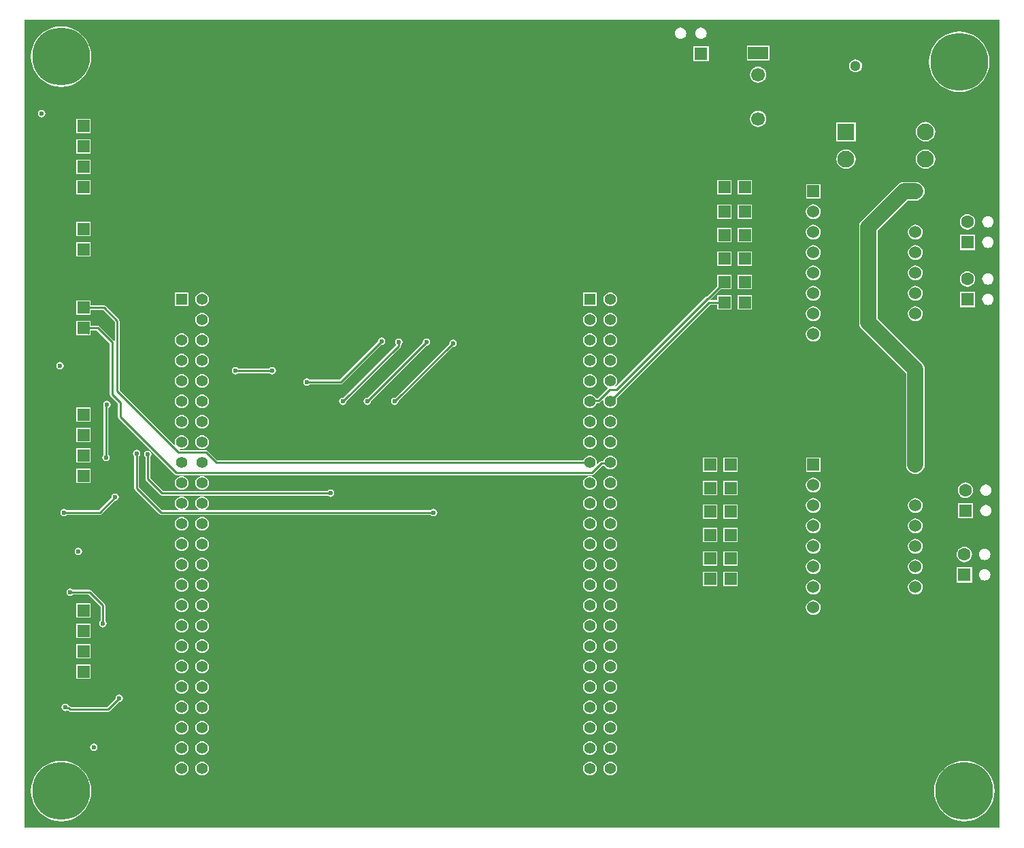
<source format=gbl>
G04*
G04 #@! TF.GenerationSoftware,Altium Limited,Altium Designer,24.6.1 (21)*
G04*
G04 Layer_Physical_Order=4*
G04 Layer_Color=16711680*
%FSLAX44Y44*%
%MOMM*%
G71*
G04*
G04 #@! TF.SameCoordinates,00C63F76-EF1E-4721-A94C-C499BE19EED3*
G04*
G04*
G04 #@! TF.FilePolarity,Positive*
G04*
G01*
G75*
%ADD15C,0.2540*%
%ADD26C,1.3000*%
%ADD31C,1.7000*%
%ADD33R,1.3000X1.3000*%
%ADD35R,1.6000X1.6000*%
%ADD36R,1.6000X1.6000*%
%ADD42C,2.0000*%
%ADD43C,1.5300*%
%ADD44R,2.1000X2.1000*%
%ADD45C,2.1000*%
%ADD46R,2.5000X1.5000*%
%ADD47C,1.6000*%
%ADD48C,7.2000*%
%ADD49R,1.5000X1.5000*%
%ADD50R,1.5000X1.5000*%
%ADD51R,1.5000X3.0000*%
%ADD52R,1.5300X1.5300*%
%ADD53C,1.4080*%
%ADD54R,1.4080X1.4080*%
%ADD55C,0.6000*%
G36*
X1218902Y5098D02*
X5098D01*
Y1010902D01*
X1218902D01*
Y5098D01*
D02*
G37*
%LPC*%
G36*
X847090Y1001470D02*
X845263Y1001230D01*
X843560Y1000525D01*
X842098Y999402D01*
X840975Y997940D01*
X840270Y996237D01*
X840030Y994410D01*
X840270Y992583D01*
X840975Y990880D01*
X842098Y989418D01*
X843560Y988296D01*
X845263Y987590D01*
X847090Y987350D01*
X848917Y987590D01*
X850620Y988296D01*
X852082Y989418D01*
X853204Y990880D01*
X853910Y992583D01*
X854150Y994410D01*
X853910Y996237D01*
X853204Y997940D01*
X852082Y999402D01*
X850620Y1000525D01*
X848917Y1001230D01*
X847090Y1001470D01*
D02*
G37*
G36*
X821690D02*
X819863Y1001230D01*
X818160Y1000525D01*
X816698Y999402D01*
X815575Y997940D01*
X814870Y996237D01*
X814630Y994410D01*
X814870Y992583D01*
X815575Y990880D01*
X816698Y989418D01*
X818160Y988296D01*
X819863Y987590D01*
X821690Y987350D01*
X823517Y987590D01*
X825220Y988296D01*
X826682Y989418D01*
X827804Y990880D01*
X828510Y992583D01*
X828750Y994410D01*
X828510Y996237D01*
X827804Y997940D01*
X826682Y999402D01*
X825220Y1000525D01*
X823517Y1001230D01*
X821690Y1001470D01*
D02*
G37*
G36*
X932210Y978730D02*
X904210D01*
Y960730D01*
X932210D01*
Y978730D01*
D02*
G37*
G36*
X856590Y978510D02*
X837590D01*
Y959510D01*
X856590D01*
Y978510D01*
D02*
G37*
G36*
X1039260Y961839D02*
X1037172Y961564D01*
X1035226Y960758D01*
X1033554Y959476D01*
X1032272Y957804D01*
X1031466Y955858D01*
X1031191Y953770D01*
X1031466Y951682D01*
X1032272Y949735D01*
X1033554Y948064D01*
X1035226Y946782D01*
X1037172Y945976D01*
X1039260Y945701D01*
X1041348Y945976D01*
X1043295Y946782D01*
X1044966Y948064D01*
X1046248Y949735D01*
X1047054Y951682D01*
X1047329Y953770D01*
X1047054Y955858D01*
X1046248Y957804D01*
X1044966Y959476D01*
X1043295Y960758D01*
X1041348Y961564D01*
X1039260Y961839D01*
D02*
G37*
G36*
X918210Y952816D02*
X915600Y952473D01*
X913167Y951465D01*
X911078Y949862D01*
X909475Y947773D01*
X908467Y945340D01*
X908124Y942730D01*
X908467Y940119D01*
X909475Y937687D01*
X911078Y935598D01*
X913167Y933995D01*
X915600Y932987D01*
X918210Y932644D01*
X920820Y932987D01*
X923253Y933995D01*
X925342Y935598D01*
X926945Y937687D01*
X927953Y940119D01*
X928296Y942730D01*
X927953Y945340D01*
X926945Y947773D01*
X925342Y949862D01*
X923253Y951465D01*
X920820Y952473D01*
X918210Y952816D01*
D02*
G37*
G36*
X50800Y1002816D02*
X44916Y1002353D01*
X39176Y1000975D01*
X33723Y998716D01*
X28690Y995632D01*
X24202Y991798D01*
X20368Y987310D01*
X17284Y982277D01*
X15025Y976824D01*
X13647Y971084D01*
X13184Y965200D01*
X13647Y959316D01*
X15025Y953576D01*
X17284Y948123D01*
X20368Y943090D01*
X24202Y938602D01*
X28690Y934768D01*
X33723Y931684D01*
X39176Y929425D01*
X44916Y928047D01*
X50800Y927584D01*
X56684Y928047D01*
X62424Y929425D01*
X67877Y931684D01*
X72910Y934768D01*
X77399Y938602D01*
X81232Y943090D01*
X84316Y948123D01*
X86575Y953576D01*
X87953Y959316D01*
X88416Y965200D01*
X87953Y971084D01*
X86575Y976824D01*
X84316Y982277D01*
X81232Y987310D01*
X77399Y991798D01*
X72910Y995632D01*
X67877Y998716D01*
X62424Y1000975D01*
X56684Y1002353D01*
X50800Y1002816D01*
D02*
G37*
G36*
X1168400Y996466D02*
X1162516Y996003D01*
X1156776Y994625D01*
X1151323Y992366D01*
X1146290Y989282D01*
X1141802Y985449D01*
X1137968Y980960D01*
X1134884Y975927D01*
X1132625Y970474D01*
X1131247Y964734D01*
X1130784Y958850D01*
X1131247Y952966D01*
X1132625Y947226D01*
X1134884Y941773D01*
X1137968Y936740D01*
X1141802Y932252D01*
X1146290Y928418D01*
X1151323Y925334D01*
X1156776Y923075D01*
X1162516Y921697D01*
X1168400Y921234D01*
X1174284Y921697D01*
X1180024Y923075D01*
X1185477Y925334D01*
X1190510Y928418D01*
X1194998Y932252D01*
X1198832Y936740D01*
X1201916Y941773D01*
X1204175Y947226D01*
X1205553Y952966D01*
X1206016Y958850D01*
X1205553Y964734D01*
X1204175Y970474D01*
X1201916Y975927D01*
X1198832Y980960D01*
X1194998Y985449D01*
X1190510Y989282D01*
X1185477Y992366D01*
X1180024Y994625D01*
X1174284Y996003D01*
X1168400Y996466D01*
D02*
G37*
G36*
X26670Y898668D02*
X24914Y898319D01*
X23426Y897324D01*
X22431Y895836D01*
X22082Y894080D01*
X22431Y892324D01*
X23426Y890836D01*
X24914Y889841D01*
X26670Y889492D01*
X28426Y889841D01*
X29914Y890836D01*
X30909Y892324D01*
X31258Y894080D01*
X30909Y895836D01*
X29914Y897324D01*
X28426Y898319D01*
X26670Y898668D01*
D02*
G37*
G36*
X918210Y897816D02*
X915600Y897473D01*
X913167Y896465D01*
X911078Y894862D01*
X909475Y892773D01*
X908467Y890340D01*
X908124Y887730D01*
X908467Y885119D01*
X909475Y882687D01*
X911078Y880598D01*
X913167Y878995D01*
X915600Y877987D01*
X918210Y877644D01*
X920820Y877987D01*
X923253Y878995D01*
X925342Y880598D01*
X926945Y882687D01*
X927953Y885119D01*
X928296Y887730D01*
X927953Y890340D01*
X926945Y892773D01*
X925342Y894862D01*
X923253Y896465D01*
X920820Y897473D01*
X918210Y897816D01*
D02*
G37*
G36*
X87739Y887841D02*
X69739D01*
Y869841D01*
X87739D01*
Y887841D01*
D02*
G37*
G36*
X1039460Y883710D02*
X1015460D01*
Y859710D01*
X1039460D01*
Y883710D01*
D02*
G37*
G36*
X1126460Y883813D02*
X1123327Y883401D01*
X1120408Y882192D01*
X1117902Y880268D01*
X1115978Y877762D01*
X1114769Y874843D01*
X1114356Y871710D01*
X1114769Y868577D01*
X1115978Y865658D01*
X1117902Y863151D01*
X1120408Y861228D01*
X1123327Y860019D01*
X1126460Y859606D01*
X1129593Y860019D01*
X1132512Y861228D01*
X1135018Y863151D01*
X1136942Y865658D01*
X1138151Y868577D01*
X1138564Y871710D01*
X1138151Y874843D01*
X1136942Y877762D01*
X1135018Y880268D01*
X1132512Y882192D01*
X1129593Y883401D01*
X1126460Y883813D01*
D02*
G37*
G36*
X87739Y862441D02*
X69739D01*
Y844441D01*
X87739D01*
Y862441D01*
D02*
G37*
G36*
X1126460Y849814D02*
X1123327Y849401D01*
X1120408Y848192D01*
X1117902Y846268D01*
X1115978Y843762D01*
X1114769Y840843D01*
X1114356Y837710D01*
X1114769Y834577D01*
X1115978Y831658D01*
X1117902Y829152D01*
X1120408Y827228D01*
X1123327Y826019D01*
X1126460Y825607D01*
X1129593Y826019D01*
X1132512Y827228D01*
X1135018Y829152D01*
X1136942Y831658D01*
X1138151Y834577D01*
X1138564Y837710D01*
X1138151Y840843D01*
X1136942Y843762D01*
X1135018Y846268D01*
X1132512Y848192D01*
X1129593Y849401D01*
X1126460Y849814D01*
D02*
G37*
G36*
X1027460D02*
X1024327Y849401D01*
X1021408Y848192D01*
X1018902Y846268D01*
X1016978Y843762D01*
X1015769Y840843D01*
X1015356Y837710D01*
X1015769Y834577D01*
X1016978Y831658D01*
X1018902Y829152D01*
X1021408Y827228D01*
X1024327Y826019D01*
X1027460Y825607D01*
X1030593Y826019D01*
X1033512Y827228D01*
X1036019Y829152D01*
X1037942Y831658D01*
X1039151Y834577D01*
X1039564Y837710D01*
X1039151Y840843D01*
X1037942Y843762D01*
X1036019Y846268D01*
X1033512Y848192D01*
X1030593Y849401D01*
X1027460Y849814D01*
D02*
G37*
G36*
X87739Y837041D02*
X69739D01*
Y819041D01*
X87739D01*
Y837041D01*
D02*
G37*
G36*
X910700Y811640D02*
X892700D01*
Y793640D01*
X910700D01*
Y811640D01*
D02*
G37*
G36*
X885300D02*
X867300D01*
Y793640D01*
X885300D01*
Y811640D01*
D02*
G37*
G36*
X87740D02*
X69740D01*
Y793640D01*
X87740D01*
Y811640D01*
D02*
G37*
G36*
X995940Y806710D02*
X977640D01*
Y788410D01*
X995940D01*
Y806710D01*
D02*
G37*
G36*
X885301Y781161D02*
X867301D01*
Y763161D01*
X885301D01*
Y781161D01*
D02*
G37*
G36*
X910700Y781160D02*
X892700D01*
Y763160D01*
X910700D01*
Y781160D01*
D02*
G37*
G36*
X986790Y781389D02*
X984401Y781075D01*
X982176Y780153D01*
X980264Y778686D01*
X978798Y776775D01*
X977876Y774549D01*
X977561Y772160D01*
X977876Y769771D01*
X978798Y767545D01*
X980264Y765634D01*
X982176Y764167D01*
X984401Y763245D01*
X986790Y762931D01*
X989179Y763245D01*
X991404Y764167D01*
X993316Y765634D01*
X994782Y767545D01*
X995704Y769771D01*
X996019Y772160D01*
X995704Y774549D01*
X994782Y776775D01*
X993316Y778686D01*
X991404Y780153D01*
X989179Y781075D01*
X986790Y781389D01*
D02*
G37*
G36*
X1203960Y766520D02*
X1202133Y766280D01*
X1200430Y765574D01*
X1198968Y764452D01*
X1197846Y762990D01*
X1197140Y761287D01*
X1196900Y759460D01*
X1197140Y757633D01*
X1197846Y755930D01*
X1198968Y754468D01*
X1200430Y753345D01*
X1202133Y752640D01*
X1203960Y752400D01*
X1205787Y752640D01*
X1207490Y753345D01*
X1208952Y754468D01*
X1210074Y755930D01*
X1210780Y757633D01*
X1211020Y759460D01*
X1210780Y761287D01*
X1210074Y762990D01*
X1208952Y764452D01*
X1207490Y765574D01*
X1205787Y766280D01*
X1203960Y766520D01*
D02*
G37*
G36*
X1178560Y769042D02*
X1176080Y768716D01*
X1173769Y767758D01*
X1171785Y766235D01*
X1170262Y764251D01*
X1169305Y761940D01*
X1168978Y759460D01*
X1169305Y756980D01*
X1170262Y754669D01*
X1171785Y752684D01*
X1173769Y751162D01*
X1176080Y750204D01*
X1178560Y749878D01*
X1181040Y750204D01*
X1183351Y751162D01*
X1185335Y752684D01*
X1186858Y754669D01*
X1187815Y756980D01*
X1188142Y759460D01*
X1187815Y761940D01*
X1186858Y764251D01*
X1185335Y766235D01*
X1183351Y767758D01*
X1181040Y768716D01*
X1178560Y769042D01*
D02*
G37*
G36*
X87739Y759571D02*
X69739D01*
Y741571D01*
X87739D01*
Y759571D01*
D02*
G37*
G36*
X1113790Y755989D02*
X1111401Y755675D01*
X1109175Y754753D01*
X1107264Y753286D01*
X1105798Y751375D01*
X1104875Y749149D01*
X1104561Y746760D01*
X1104875Y744371D01*
X1105798Y742145D01*
X1107264Y740234D01*
X1109175Y738767D01*
X1111401Y737846D01*
X1113790Y737531D01*
X1116179Y737846D01*
X1118404Y738767D01*
X1120316Y740234D01*
X1121783Y742145D01*
X1122704Y744371D01*
X1123019Y746760D01*
X1122704Y749149D01*
X1121783Y751375D01*
X1120316Y753286D01*
X1118404Y754753D01*
X1116179Y755675D01*
X1113790Y755989D01*
D02*
G37*
G36*
X986790D02*
X984401Y755675D01*
X982176Y754753D01*
X980264Y753286D01*
X978798Y751375D01*
X977876Y749149D01*
X977561Y746760D01*
X977876Y744371D01*
X978798Y742145D01*
X980264Y740234D01*
X982176Y738767D01*
X984401Y737846D01*
X986790Y737531D01*
X989179Y737846D01*
X991404Y738767D01*
X993316Y740234D01*
X994782Y742145D01*
X995704Y744371D01*
X996019Y746760D01*
X995704Y749149D01*
X994782Y751375D01*
X993316Y753286D01*
X991404Y754753D01*
X989179Y755675D01*
X986790Y755989D01*
D02*
G37*
G36*
X885301Y751951D02*
X867301D01*
Y733951D01*
X885301D01*
Y751951D01*
D02*
G37*
G36*
X910700Y751950D02*
X892700D01*
Y733950D01*
X910700D01*
Y751950D01*
D02*
G37*
G36*
X1203960Y741120D02*
X1202133Y740880D01*
X1200430Y740174D01*
X1198968Y739052D01*
X1197846Y737590D01*
X1197140Y735887D01*
X1196900Y734060D01*
X1197140Y732233D01*
X1197846Y730530D01*
X1198968Y729068D01*
X1200430Y727945D01*
X1202133Y727240D01*
X1203960Y727000D01*
X1205787Y727240D01*
X1207490Y727945D01*
X1208952Y729068D01*
X1210074Y730530D01*
X1210780Y732233D01*
X1211020Y734060D01*
X1210780Y735887D01*
X1210074Y737590D01*
X1208952Y739052D01*
X1207490Y740174D01*
X1205787Y740880D01*
X1203960Y741120D01*
D02*
G37*
G36*
X1188060Y743560D02*
X1169060D01*
Y724560D01*
X1188060D01*
Y743560D01*
D02*
G37*
G36*
X87739Y734171D02*
X69739D01*
Y716171D01*
X87739D01*
Y734171D01*
D02*
G37*
G36*
X1113790Y730589D02*
X1111401Y730275D01*
X1109175Y729352D01*
X1107264Y727886D01*
X1105798Y725975D01*
X1104875Y723749D01*
X1104561Y721360D01*
X1104875Y718971D01*
X1105798Y716746D01*
X1107264Y714834D01*
X1109175Y713367D01*
X1111401Y712446D01*
X1113790Y712131D01*
X1116179Y712446D01*
X1118404Y713367D01*
X1120316Y714834D01*
X1121783Y716746D01*
X1122704Y718971D01*
X1123019Y721360D01*
X1122704Y723749D01*
X1121783Y725975D01*
X1120316Y727886D01*
X1118404Y729352D01*
X1116179Y730275D01*
X1113790Y730589D01*
D02*
G37*
G36*
X986790D02*
X984401Y730275D01*
X982176Y729352D01*
X980264Y727886D01*
X978798Y725975D01*
X977876Y723749D01*
X977561Y721360D01*
X977876Y718971D01*
X978798Y716746D01*
X980264Y714834D01*
X982176Y713367D01*
X984401Y712446D01*
X986790Y712131D01*
X989179Y712446D01*
X991404Y713367D01*
X993316Y714834D01*
X994782Y716746D01*
X995704Y718971D01*
X996019Y721360D01*
X995704Y723749D01*
X994782Y725975D01*
X993316Y727886D01*
X991404Y729352D01*
X989179Y730275D01*
X986790Y730589D01*
D02*
G37*
G36*
X885301Y722741D02*
X867301D01*
Y704741D01*
X885301D01*
Y722741D01*
D02*
G37*
G36*
X910700Y722740D02*
X892700D01*
Y704740D01*
X910700D01*
Y722740D01*
D02*
G37*
G36*
X1113790Y705189D02*
X1111401Y704874D01*
X1109175Y703952D01*
X1107264Y702486D01*
X1105798Y700574D01*
X1104875Y698349D01*
X1104561Y695960D01*
X1104875Y693571D01*
X1105798Y691346D01*
X1107264Y689434D01*
X1109175Y687968D01*
X1111401Y687046D01*
X1113790Y686731D01*
X1116179Y687046D01*
X1118404Y687968D01*
X1120316Y689434D01*
X1121783Y691346D01*
X1122704Y693571D01*
X1123019Y695960D01*
X1122704Y698349D01*
X1121783Y700574D01*
X1120316Y702486D01*
X1118404Y703952D01*
X1116179Y704874D01*
X1113790Y705189D01*
D02*
G37*
G36*
X986790D02*
X984401Y704874D01*
X982176Y703952D01*
X980264Y702486D01*
X978798Y700574D01*
X977876Y698349D01*
X977561Y695960D01*
X977876Y693571D01*
X978798Y691346D01*
X980264Y689434D01*
X982176Y687968D01*
X984401Y687046D01*
X986790Y686731D01*
X989179Y687046D01*
X991404Y687968D01*
X993316Y689434D01*
X994782Y691346D01*
X995704Y693571D01*
X996019Y695960D01*
X995704Y698349D01*
X994782Y700574D01*
X993316Y702486D01*
X991404Y703952D01*
X989179Y704874D01*
X986790Y705189D01*
D02*
G37*
G36*
X1203960Y695400D02*
X1202133Y695160D01*
X1200430Y694454D01*
X1198968Y693332D01*
X1197846Y691870D01*
X1197140Y690167D01*
X1196900Y688340D01*
X1197140Y686513D01*
X1197846Y684810D01*
X1198968Y683348D01*
X1200430Y682225D01*
X1202133Y681520D01*
X1203960Y681280D01*
X1205787Y681520D01*
X1207490Y682225D01*
X1208952Y683348D01*
X1210074Y684810D01*
X1210780Y686513D01*
X1211020Y688340D01*
X1210780Y690167D01*
X1210074Y691870D01*
X1208952Y693332D01*
X1207490Y694454D01*
X1205787Y695160D01*
X1203960Y695400D01*
D02*
G37*
G36*
X1178560Y697922D02*
X1176080Y697596D01*
X1173769Y696638D01*
X1171785Y695115D01*
X1170262Y693131D01*
X1169305Y690820D01*
X1168978Y688340D01*
X1169305Y685860D01*
X1170262Y683549D01*
X1171785Y681564D01*
X1173769Y680042D01*
X1176080Y679084D01*
X1178560Y678758D01*
X1181040Y679084D01*
X1183351Y680042D01*
X1185335Y681564D01*
X1186858Y683549D01*
X1187815Y685860D01*
X1188142Y688340D01*
X1187815Y690820D01*
X1186858Y693131D01*
X1185335Y695115D01*
X1183351Y696638D01*
X1181040Y697596D01*
X1178560Y697922D01*
D02*
G37*
G36*
X910701Y693531D02*
X892701D01*
Y675531D01*
X910701D01*
Y693531D01*
D02*
G37*
G36*
X1113790Y679789D02*
X1111401Y679474D01*
X1109175Y678552D01*
X1107264Y677086D01*
X1105798Y675174D01*
X1104875Y672949D01*
X1104561Y670560D01*
X1104875Y668171D01*
X1105798Y665946D01*
X1107264Y664034D01*
X1109175Y662568D01*
X1111401Y661646D01*
X1113790Y661331D01*
X1116179Y661646D01*
X1118404Y662568D01*
X1120316Y664034D01*
X1121783Y665946D01*
X1122704Y668171D01*
X1123019Y670560D01*
X1122704Y672949D01*
X1121783Y675174D01*
X1120316Y677086D01*
X1118404Y678552D01*
X1116179Y679474D01*
X1113790Y679789D01*
D02*
G37*
G36*
X986790D02*
X984401Y679474D01*
X982176Y678552D01*
X980264Y677086D01*
X978798Y675174D01*
X977876Y672949D01*
X977561Y670560D01*
X977876Y668171D01*
X978798Y665946D01*
X980264Y664034D01*
X982176Y662568D01*
X984401Y661646D01*
X986790Y661331D01*
X989179Y661646D01*
X991404Y662568D01*
X993316Y664034D01*
X994782Y665946D01*
X995704Y668171D01*
X996019Y670560D01*
X995704Y672949D01*
X994782Y675174D01*
X993316Y677086D01*
X991404Y678552D01*
X989179Y679474D01*
X986790Y679789D01*
D02*
G37*
G36*
X1203960Y670000D02*
X1202133Y669760D01*
X1200430Y669054D01*
X1198968Y667932D01*
X1197846Y666470D01*
X1197140Y664767D01*
X1196900Y662940D01*
X1197140Y661113D01*
X1197846Y659410D01*
X1198968Y657948D01*
X1200430Y656825D01*
X1202133Y656120D01*
X1203960Y655880D01*
X1205787Y656120D01*
X1207490Y656825D01*
X1208952Y657948D01*
X1210074Y659410D01*
X1210780Y661113D01*
X1211020Y662940D01*
X1210780Y664767D01*
X1210074Y666470D01*
X1208952Y667932D01*
X1207490Y669054D01*
X1205787Y669760D01*
X1203960Y670000D01*
D02*
G37*
G36*
X717200Y671480D02*
X700120D01*
Y654400D01*
X717200D01*
Y671480D01*
D02*
G37*
G36*
X209200D02*
X192120D01*
Y654400D01*
X209200D01*
Y671480D01*
D02*
G37*
G36*
X734060Y671554D02*
X731831Y671260D01*
X729753Y670400D01*
X727969Y669031D01*
X726600Y667247D01*
X725740Y665169D01*
X725446Y662940D01*
X725740Y660711D01*
X726600Y658633D01*
X727969Y656849D01*
X729753Y655480D01*
X731831Y654620D01*
X734060Y654326D01*
X736289Y654620D01*
X738367Y655480D01*
X740151Y656849D01*
X741520Y658633D01*
X742380Y660711D01*
X742674Y662940D01*
X742380Y665169D01*
X741520Y667247D01*
X740151Y669031D01*
X738367Y670400D01*
X736289Y671260D01*
X734060Y671554D01*
D02*
G37*
G36*
X226060D02*
X223831Y671260D01*
X221753Y670400D01*
X219969Y669031D01*
X218600Y667247D01*
X217740Y665169D01*
X217446Y662940D01*
X217740Y660711D01*
X218600Y658633D01*
X219969Y656849D01*
X221753Y655480D01*
X223831Y654620D01*
X226060Y654326D01*
X228289Y654620D01*
X230367Y655480D01*
X232151Y656849D01*
X233520Y658633D01*
X234380Y660711D01*
X234674Y662940D01*
X234380Y665169D01*
X233520Y667247D01*
X232151Y669031D01*
X230367Y670400D01*
X228289Y671260D01*
X226060Y671554D01*
D02*
G37*
G36*
X1188060Y672440D02*
X1169060D01*
Y653440D01*
X1188060D01*
Y672440D01*
D02*
G37*
G36*
X910701Y668131D02*
X892701D01*
Y650131D01*
X910701D01*
Y668131D01*
D02*
G37*
G36*
X885301Y693531D02*
X867301D01*
Y679525D01*
X854728Y666952D01*
X854066Y666820D01*
X853150Y666208D01*
X740854Y553912D01*
X740578Y553976D01*
X740291Y554832D01*
X740236Y555360D01*
X741520Y557033D01*
X742380Y559111D01*
X742674Y561340D01*
X742380Y563569D01*
X741520Y565647D01*
X740151Y567431D01*
X738367Y568800D01*
X736289Y569660D01*
X734060Y569954D01*
X731831Y569660D01*
X729753Y568800D01*
X727969Y567431D01*
X726600Y565647D01*
X725740Y563569D01*
X725446Y561340D01*
X725740Y559111D01*
X726600Y557033D01*
X727969Y555249D01*
X729753Y553880D01*
X730565Y553544D01*
X730675Y553378D01*
X730838Y552056D01*
X718340Y539558D01*
X716405D01*
X716120Y540247D01*
X714751Y542031D01*
X712967Y543400D01*
X710889Y544260D01*
X708660Y544554D01*
X706431Y544260D01*
X704353Y543400D01*
X702569Y542031D01*
X701200Y540247D01*
X700340Y538169D01*
X700046Y535940D01*
X700340Y533711D01*
X701200Y531633D01*
X702569Y529849D01*
X704353Y528480D01*
X706431Y527620D01*
X708660Y527326D01*
X710889Y527620D01*
X712967Y528480D01*
X714751Y529849D01*
X716120Y531633D01*
X716980Y533711D01*
X717006Y533910D01*
X719510D01*
X719510Y533910D01*
X720591Y534125D01*
X721507Y534737D01*
X724386Y537616D01*
X725589Y537023D01*
X725446Y535940D01*
X725740Y533711D01*
X726600Y531633D01*
X727969Y529849D01*
X729753Y528480D01*
X731831Y527620D01*
X734060Y527326D01*
X736289Y527620D01*
X738367Y528480D01*
X740151Y529849D01*
X741520Y531633D01*
X742380Y533711D01*
X742674Y535940D01*
X742380Y538169D01*
X741766Y539652D01*
X858421Y656307D01*
X867301D01*
Y650131D01*
X885301D01*
Y668131D01*
X867301D01*
Y661955D01*
X859515D01*
X858989Y663225D01*
X871295Y675531D01*
X885301D01*
Y693531D01*
D02*
G37*
G36*
X1113790Y654389D02*
X1111401Y654074D01*
X1109175Y653152D01*
X1107264Y651686D01*
X1105798Y649774D01*
X1104875Y647549D01*
X1104561Y645160D01*
X1104875Y642771D01*
X1105798Y640546D01*
X1107264Y638634D01*
X1109175Y637168D01*
X1111401Y636245D01*
X1113790Y635931D01*
X1116179Y636245D01*
X1118404Y637168D01*
X1120316Y638634D01*
X1121783Y640546D01*
X1122704Y642771D01*
X1123019Y645160D01*
X1122704Y647549D01*
X1121783Y649774D01*
X1120316Y651686D01*
X1118404Y653152D01*
X1116179Y654074D01*
X1113790Y654389D01*
D02*
G37*
G36*
X986790D02*
X984401Y654074D01*
X982176Y653152D01*
X980264Y651686D01*
X978798Y649774D01*
X977876Y647549D01*
X977561Y645160D01*
X977876Y642771D01*
X978798Y640546D01*
X980264Y638634D01*
X982176Y637168D01*
X984401Y636245D01*
X986790Y635931D01*
X989179Y636245D01*
X991404Y637168D01*
X993316Y638634D01*
X994782Y640546D01*
X995704Y642771D01*
X996019Y645160D01*
X995704Y647549D01*
X994782Y649774D01*
X993316Y651686D01*
X991404Y653152D01*
X989179Y654074D01*
X986790Y654389D01*
D02*
G37*
G36*
X734060Y646154D02*
X731831Y645860D01*
X729753Y645000D01*
X727969Y643631D01*
X726600Y641847D01*
X725740Y639769D01*
X725446Y637540D01*
X725740Y635311D01*
X726600Y633233D01*
X727969Y631449D01*
X729753Y630080D01*
X731831Y629220D01*
X734060Y628926D01*
X736289Y629220D01*
X738367Y630080D01*
X740151Y631449D01*
X741520Y633233D01*
X742380Y635311D01*
X742674Y637540D01*
X742380Y639769D01*
X741520Y641847D01*
X740151Y643631D01*
X738367Y645000D01*
X736289Y645860D01*
X734060Y646154D01*
D02*
G37*
G36*
X708660D02*
X706431Y645860D01*
X704353Y645000D01*
X702569Y643631D01*
X701200Y641847D01*
X700340Y639769D01*
X700046Y637540D01*
X700340Y635311D01*
X701200Y633233D01*
X702569Y631449D01*
X704353Y630080D01*
X706431Y629220D01*
X708660Y628926D01*
X710889Y629220D01*
X712967Y630080D01*
X714751Y631449D01*
X716120Y633233D01*
X716980Y635311D01*
X717274Y637540D01*
X716980Y639769D01*
X716120Y641847D01*
X714751Y643631D01*
X712967Y645000D01*
X710889Y645860D01*
X708660Y646154D01*
D02*
G37*
G36*
X226060D02*
X223831Y645860D01*
X221753Y645000D01*
X219969Y643631D01*
X218600Y641847D01*
X217740Y639769D01*
X217446Y637540D01*
X217740Y635311D01*
X218600Y633233D01*
X219969Y631449D01*
X221753Y630080D01*
X223831Y629220D01*
X226060Y628926D01*
X228289Y629220D01*
X230367Y630080D01*
X232151Y631449D01*
X233520Y633233D01*
X234380Y635311D01*
X234674Y637540D01*
X234380Y639769D01*
X233520Y641847D01*
X232151Y643631D01*
X230367Y645000D01*
X228289Y645860D01*
X226060Y646154D01*
D02*
G37*
G36*
X87740Y661780D02*
X69740D01*
Y643780D01*
X87740D01*
Y649956D01*
X102970D01*
X117826Y635100D01*
Y611595D01*
X116556Y611210D01*
X116297Y611597D01*
X116297Y611597D01*
X98516Y629378D01*
X97600Y629990D01*
X96519Y630205D01*
X96519Y630205D01*
X87739D01*
Y636381D01*
X69739D01*
Y618381D01*
X84696D01*
X84969Y618326D01*
X85242Y618381D01*
X87739D01*
Y620878D01*
X87794Y621151D01*
X87739Y621424D01*
Y624557D01*
X95349D01*
X111476Y608430D01*
Y544830D01*
X111476Y544830D01*
X111691Y543749D01*
X112303Y542833D01*
X121636Y533500D01*
Y516890D01*
X121636Y516890D01*
X121851Y515809D01*
X122463Y514893D01*
X192313Y445043D01*
X192313Y445043D01*
X193229Y444431D01*
X194310Y444216D01*
X711304D01*
X711304Y444216D01*
X712385Y444431D01*
X713301Y445043D01*
X724380Y456121D01*
X726315D01*
X726600Y455433D01*
X727969Y453649D01*
X729753Y452280D01*
X731831Y451420D01*
X734060Y451126D01*
X736289Y451420D01*
X738367Y452280D01*
X740151Y453649D01*
X741520Y455433D01*
X742380Y457511D01*
X742674Y459740D01*
X742380Y461969D01*
X741520Y464047D01*
X740151Y465831D01*
X738367Y467200D01*
X736289Y468060D01*
X734060Y468354D01*
X731831Y468060D01*
X729753Y467200D01*
X727969Y465831D01*
X726600Y464047D01*
X725740Y461969D01*
X725714Y461770D01*
X723210D01*
X723210Y461770D01*
X722129Y461555D01*
X721213Y460943D01*
X721213Y460943D01*
X718334Y458064D01*
X717131Y458657D01*
X717274Y459740D01*
X716980Y461969D01*
X716120Y464047D01*
X714751Y465831D01*
X712967Y467200D01*
X710889Y468060D01*
X708660Y468354D01*
X706431Y468060D01*
X704353Y467200D01*
X702569Y465831D01*
X701200Y464047D01*
X700586Y462564D01*
X245010D01*
X233137Y474437D01*
X232221Y475049D01*
X231140Y475264D01*
X231140Y475264D01*
X198548D01*
X198372Y475547D01*
X199133Y476727D01*
X200660Y476526D01*
X202889Y476820D01*
X204967Y477680D01*
X206751Y479049D01*
X208120Y480833D01*
X208980Y482911D01*
X209274Y485140D01*
X208980Y487369D01*
X208120Y489447D01*
X206751Y491231D01*
X204967Y492600D01*
X202889Y493460D01*
X200660Y493754D01*
X198431Y493460D01*
X196353Y492600D01*
X194569Y491231D01*
X193200Y489447D01*
X192340Y487369D01*
X192046Y485140D01*
X192340Y482911D01*
X192460Y482620D01*
X191383Y481901D01*
X123474Y549810D01*
Y636270D01*
X123474Y636270D01*
X123259Y637351D01*
X122647Y638267D01*
X122647Y638267D01*
X106137Y654777D01*
X105221Y655389D01*
X104140Y655604D01*
X104140Y655604D01*
X87740D01*
Y661780D01*
D02*
G37*
G36*
X986790Y628989D02*
X984401Y628675D01*
X982176Y627752D01*
X980264Y626286D01*
X978798Y624375D01*
X977876Y622149D01*
X977561Y619760D01*
X977876Y617371D01*
X978798Y615145D01*
X980264Y613234D01*
X982176Y611768D01*
X984401Y610845D01*
X986790Y610531D01*
X989179Y610845D01*
X991404Y611768D01*
X993316Y613234D01*
X994782Y615145D01*
X995704Y617371D01*
X996019Y619760D01*
X995704Y622149D01*
X994782Y624375D01*
X993316Y626286D01*
X991404Y627752D01*
X989179Y628675D01*
X986790Y628989D01*
D02*
G37*
G36*
X449580Y615458D02*
X447824Y615109D01*
X446336Y614114D01*
X445341Y612626D01*
X444992Y610870D01*
X445090Y610374D01*
X397610Y562894D01*
X360395D01*
X360114Y563314D01*
X358626Y564309D01*
X356870Y564658D01*
X355114Y564309D01*
X353626Y563314D01*
X352631Y561826D01*
X352282Y560070D01*
X352631Y558314D01*
X353626Y556826D01*
X355114Y555831D01*
X356870Y555482D01*
X358626Y555831D01*
X360114Y556826D01*
X360395Y557246D01*
X398780D01*
X398780Y557246D01*
X399861Y557461D01*
X400777Y558073D01*
X449085Y606380D01*
X449580Y606282D01*
X451336Y606631D01*
X452824Y607626D01*
X453819Y609114D01*
X454168Y610870D01*
X453819Y612626D01*
X452824Y614114D01*
X451336Y615109D01*
X449580Y615458D01*
D02*
G37*
G36*
X505460Y614188D02*
X503704Y613839D01*
X502216Y612844D01*
X501221Y611356D01*
X500872Y609600D01*
X500970Y609104D01*
X432295Y540430D01*
X431800Y540528D01*
X430044Y540179D01*
X428556Y539184D01*
X427561Y537696D01*
X427212Y535940D01*
X427561Y534184D01*
X428556Y532696D01*
X430044Y531701D01*
X431800Y531352D01*
X433556Y531701D01*
X435044Y532696D01*
X436039Y534184D01*
X436388Y535940D01*
X436290Y536436D01*
X504964Y605110D01*
X505460Y605012D01*
X507216Y605361D01*
X508704Y606356D01*
X509699Y607844D01*
X510048Y609600D01*
X509699Y611356D01*
X508704Y612844D01*
X507216Y613839D01*
X505460Y614188D01*
D02*
G37*
G36*
X538480Y612918D02*
X536724Y612569D01*
X535236Y611574D01*
X534241Y610086D01*
X533892Y608330D01*
X533990Y607835D01*
X466586Y540430D01*
X466090Y540528D01*
X464334Y540179D01*
X462846Y539184D01*
X461851Y537696D01*
X461502Y535940D01*
X461851Y534184D01*
X462846Y532696D01*
X464334Y531701D01*
X466090Y531352D01*
X467846Y531701D01*
X469334Y532696D01*
X470329Y534184D01*
X470678Y535940D01*
X470580Y536436D01*
X537985Y603840D01*
X538480Y603742D01*
X540236Y604091D01*
X541724Y605086D01*
X542719Y606574D01*
X543068Y608330D01*
X542719Y610086D01*
X541724Y611574D01*
X540236Y612569D01*
X538480Y612918D01*
D02*
G37*
G36*
X734060Y620754D02*
X731831Y620460D01*
X729753Y619600D01*
X727969Y618231D01*
X726600Y616447D01*
X725740Y614369D01*
X725446Y612140D01*
X725740Y609911D01*
X726600Y607833D01*
X727969Y606049D01*
X729753Y604680D01*
X731831Y603820D01*
X734060Y603526D01*
X736289Y603820D01*
X738367Y604680D01*
X740151Y606049D01*
X741520Y607833D01*
X742380Y609911D01*
X742674Y612140D01*
X742380Y614369D01*
X741520Y616447D01*
X740151Y618231D01*
X738367Y619600D01*
X736289Y620460D01*
X734060Y620754D01*
D02*
G37*
G36*
X708660D02*
X706431Y620460D01*
X704353Y619600D01*
X702569Y618231D01*
X701200Y616447D01*
X700340Y614369D01*
X700046Y612140D01*
X700340Y609911D01*
X701200Y607833D01*
X702569Y606049D01*
X704353Y604680D01*
X706431Y603820D01*
X708660Y603526D01*
X710889Y603820D01*
X712967Y604680D01*
X714751Y606049D01*
X716120Y607833D01*
X716980Y609911D01*
X717274Y612140D01*
X716980Y614369D01*
X716120Y616447D01*
X714751Y618231D01*
X712967Y619600D01*
X710889Y620460D01*
X708660Y620754D01*
D02*
G37*
G36*
X226060D02*
X223831Y620460D01*
X221753Y619600D01*
X219969Y618231D01*
X218600Y616447D01*
X217740Y614369D01*
X217446Y612140D01*
X217740Y609911D01*
X218600Y607833D01*
X219969Y606049D01*
X221753Y604680D01*
X223831Y603820D01*
X226060Y603526D01*
X228289Y603820D01*
X230367Y604680D01*
X232151Y606049D01*
X233520Y607833D01*
X234380Y609911D01*
X234674Y612140D01*
X234380Y614369D01*
X233520Y616447D01*
X232151Y618231D01*
X230367Y619600D01*
X228289Y620460D01*
X226060Y620754D01*
D02*
G37*
G36*
X200660D02*
X198431Y620460D01*
X196353Y619600D01*
X194569Y618231D01*
X193200Y616447D01*
X192340Y614369D01*
X192046Y612140D01*
X192340Y609911D01*
X193200Y607833D01*
X194569Y606049D01*
X196353Y604680D01*
X198431Y603820D01*
X200660Y603526D01*
X202889Y603820D01*
X204967Y604680D01*
X206751Y606049D01*
X208120Y607833D01*
X208980Y609911D01*
X209274Y612140D01*
X208980Y614369D01*
X208120Y616447D01*
X206751Y618231D01*
X204967Y619600D01*
X202889Y620460D01*
X200660Y620754D01*
D02*
G37*
G36*
X734060Y595354D02*
X731831Y595060D01*
X729753Y594200D01*
X727969Y592831D01*
X726600Y591047D01*
X725740Y588969D01*
X725446Y586740D01*
X725740Y584511D01*
X726600Y582433D01*
X727969Y580649D01*
X729753Y579280D01*
X731831Y578420D01*
X734060Y578126D01*
X736289Y578420D01*
X738367Y579280D01*
X740151Y580649D01*
X741520Y582433D01*
X742380Y584511D01*
X742674Y586740D01*
X742380Y588969D01*
X741520Y591047D01*
X740151Y592831D01*
X738367Y594200D01*
X736289Y595060D01*
X734060Y595354D01*
D02*
G37*
G36*
X708660D02*
X706431Y595060D01*
X704353Y594200D01*
X702569Y592831D01*
X701200Y591047D01*
X700340Y588969D01*
X700046Y586740D01*
X700340Y584511D01*
X701200Y582433D01*
X702569Y580649D01*
X704353Y579280D01*
X706431Y578420D01*
X708660Y578126D01*
X710889Y578420D01*
X712967Y579280D01*
X714751Y580649D01*
X716120Y582433D01*
X716980Y584511D01*
X717274Y586740D01*
X716980Y588969D01*
X716120Y591047D01*
X714751Y592831D01*
X712967Y594200D01*
X710889Y595060D01*
X708660Y595354D01*
D02*
G37*
G36*
X226060D02*
X223831Y595060D01*
X221753Y594200D01*
X219969Y592831D01*
X218600Y591047D01*
X217740Y588969D01*
X217446Y586740D01*
X217740Y584511D01*
X218600Y582433D01*
X219969Y580649D01*
X221753Y579280D01*
X223831Y578420D01*
X226060Y578126D01*
X228289Y578420D01*
X230367Y579280D01*
X232151Y580649D01*
X233520Y582433D01*
X234380Y584511D01*
X234674Y586740D01*
X234380Y588969D01*
X233520Y591047D01*
X232151Y592831D01*
X230367Y594200D01*
X228289Y595060D01*
X226060Y595354D01*
D02*
G37*
G36*
X200660D02*
X198431Y595060D01*
X196353Y594200D01*
X194569Y592831D01*
X193200Y591047D01*
X192340Y588969D01*
X192046Y586740D01*
X192340Y584511D01*
X193200Y582433D01*
X194569Y580649D01*
X196353Y579280D01*
X198431Y578420D01*
X200660Y578126D01*
X202889Y578420D01*
X204967Y579280D01*
X206751Y580649D01*
X208120Y582433D01*
X208980Y584511D01*
X209274Y586740D01*
X208980Y588969D01*
X208120Y591047D01*
X206751Y592831D01*
X204967Y594200D01*
X202889Y595060D01*
X200660Y595354D01*
D02*
G37*
G36*
X313690Y578628D02*
X311934Y578279D01*
X310446Y577284D01*
X310165Y576864D01*
X271495D01*
X271214Y577284D01*
X269726Y578279D01*
X267970Y578628D01*
X266214Y578279D01*
X264726Y577284D01*
X263731Y575796D01*
X263382Y574040D01*
X263731Y572284D01*
X264726Y570796D01*
X266214Y569801D01*
X267970Y569452D01*
X269726Y569801D01*
X271214Y570796D01*
X271495Y571216D01*
X310165D01*
X310446Y570796D01*
X311934Y569801D01*
X313690Y569452D01*
X315446Y569801D01*
X316934Y570796D01*
X317929Y572284D01*
X318278Y574040D01*
X317929Y575796D01*
X316934Y577284D01*
X315446Y578279D01*
X313690Y578628D01*
D02*
G37*
G36*
X49530Y584978D02*
X47774Y584629D01*
X46286Y583634D01*
X45291Y582146D01*
X44942Y580390D01*
X45291Y578634D01*
X46286Y577146D01*
X47774Y576151D01*
X49530Y575802D01*
X51286Y576151D01*
X52774Y577146D01*
X53769Y578634D01*
X54118Y580390D01*
X53769Y582146D01*
X52774Y583634D01*
X51286Y584629D01*
X49530Y584978D01*
D02*
G37*
G36*
X708660Y569954D02*
X706431Y569660D01*
X704353Y568800D01*
X702569Y567431D01*
X701200Y565647D01*
X700340Y563569D01*
X700046Y561340D01*
X700340Y559111D01*
X701200Y557033D01*
X702569Y555249D01*
X704353Y553880D01*
X706431Y553020D01*
X708660Y552726D01*
X710889Y553020D01*
X712967Y553880D01*
X714751Y555249D01*
X716120Y557033D01*
X716980Y559111D01*
X717274Y561340D01*
X716980Y563569D01*
X716120Y565647D01*
X714751Y567431D01*
X712967Y568800D01*
X710889Y569660D01*
X708660Y569954D01*
D02*
G37*
G36*
X226060D02*
X223831Y569660D01*
X221753Y568800D01*
X219969Y567431D01*
X218600Y565647D01*
X217740Y563569D01*
X217446Y561340D01*
X217740Y559111D01*
X218600Y557033D01*
X219969Y555249D01*
X221753Y553880D01*
X223831Y553020D01*
X226060Y552726D01*
X228289Y553020D01*
X230367Y553880D01*
X232151Y555249D01*
X233520Y557033D01*
X234380Y559111D01*
X234674Y561340D01*
X234380Y563569D01*
X233520Y565647D01*
X232151Y567431D01*
X230367Y568800D01*
X228289Y569660D01*
X226060Y569954D01*
D02*
G37*
G36*
X200660D02*
X198431Y569660D01*
X196353Y568800D01*
X194569Y567431D01*
X193200Y565647D01*
X192340Y563569D01*
X192046Y561340D01*
X192340Y559111D01*
X193200Y557033D01*
X194569Y555249D01*
X196353Y553880D01*
X198431Y553020D01*
X200660Y552726D01*
X202889Y553020D01*
X204967Y553880D01*
X206751Y555249D01*
X208120Y557033D01*
X208980Y559111D01*
X209274Y561340D01*
X208980Y563569D01*
X208120Y565647D01*
X206751Y567431D01*
X204967Y568800D01*
X202889Y569660D01*
X200660Y569954D01*
D02*
G37*
G36*
X471170Y614188D02*
X469414Y613839D01*
X467926Y612844D01*
X466931Y611356D01*
X466582Y609600D01*
X466931Y607844D01*
X467684Y606718D01*
Y606298D01*
X401815Y540430D01*
X401320Y540528D01*
X399564Y540179D01*
X398076Y539184D01*
X397081Y537696D01*
X396732Y535940D01*
X397081Y534184D01*
X398076Y532696D01*
X399564Y531701D01*
X401320Y531352D01*
X403076Y531701D01*
X404564Y532696D01*
X405559Y534184D01*
X405908Y535940D01*
X405810Y536436D01*
X472505Y603131D01*
X472505Y603131D01*
X473117Y604047D01*
X473332Y605128D01*
Y605633D01*
X474414Y606356D01*
X475409Y607844D01*
X475758Y609600D01*
X475409Y611356D01*
X474414Y612844D01*
X472926Y613839D01*
X471170Y614188D01*
D02*
G37*
G36*
X226060Y544554D02*
X223831Y544260D01*
X221753Y543400D01*
X219969Y542031D01*
X218600Y540247D01*
X217740Y538169D01*
X217446Y535940D01*
X217740Y533711D01*
X218600Y531633D01*
X219969Y529849D01*
X221753Y528480D01*
X223831Y527620D01*
X226060Y527326D01*
X228289Y527620D01*
X230367Y528480D01*
X232151Y529849D01*
X233520Y531633D01*
X234380Y533711D01*
X234674Y535940D01*
X234380Y538169D01*
X233520Y540247D01*
X232151Y542031D01*
X230367Y543400D01*
X228289Y544260D01*
X226060Y544554D01*
D02*
G37*
G36*
X200660D02*
X198431Y544260D01*
X196353Y543400D01*
X194569Y542031D01*
X193200Y540247D01*
X192340Y538169D01*
X192046Y535940D01*
X192340Y533711D01*
X193200Y531633D01*
X194569Y529849D01*
X196353Y528480D01*
X198431Y527620D01*
X200660Y527326D01*
X202889Y527620D01*
X204967Y528480D01*
X206751Y529849D01*
X208120Y531633D01*
X208980Y533711D01*
X209274Y535940D01*
X208980Y538169D01*
X208120Y540247D01*
X206751Y542031D01*
X204967Y543400D01*
X202889Y544260D01*
X200660Y544554D01*
D02*
G37*
G36*
X87739Y528431D02*
X69739D01*
Y510431D01*
X87739D01*
Y528431D01*
D02*
G37*
G36*
X734060Y519154D02*
X731831Y518860D01*
X729753Y518000D01*
X727969Y516631D01*
X726600Y514847D01*
X725740Y512769D01*
X725446Y510540D01*
X725740Y508311D01*
X726600Y506233D01*
X727969Y504449D01*
X729753Y503080D01*
X731831Y502220D01*
X734060Y501926D01*
X736289Y502220D01*
X738367Y503080D01*
X740151Y504449D01*
X741520Y506233D01*
X742380Y508311D01*
X742674Y510540D01*
X742380Y512769D01*
X741520Y514847D01*
X740151Y516631D01*
X738367Y518000D01*
X736289Y518860D01*
X734060Y519154D01*
D02*
G37*
G36*
X708660D02*
X706431Y518860D01*
X704353Y518000D01*
X702569Y516631D01*
X701200Y514847D01*
X700340Y512769D01*
X700046Y510540D01*
X700340Y508311D01*
X701200Y506233D01*
X702569Y504449D01*
X704353Y503080D01*
X706431Y502220D01*
X708660Y501926D01*
X710889Y502220D01*
X712967Y503080D01*
X714751Y504449D01*
X716120Y506233D01*
X716980Y508311D01*
X717274Y510540D01*
X716980Y512769D01*
X716120Y514847D01*
X714751Y516631D01*
X712967Y518000D01*
X710889Y518860D01*
X708660Y519154D01*
D02*
G37*
G36*
X226060D02*
X223831Y518860D01*
X221753Y518000D01*
X219969Y516631D01*
X218600Y514847D01*
X217740Y512769D01*
X217446Y510540D01*
X217740Y508311D01*
X218600Y506233D01*
X219969Y504449D01*
X221753Y503080D01*
X223831Y502220D01*
X226060Y501926D01*
X228289Y502220D01*
X230367Y503080D01*
X232151Y504449D01*
X233520Y506233D01*
X234380Y508311D01*
X234674Y510540D01*
X234380Y512769D01*
X233520Y514847D01*
X232151Y516631D01*
X230367Y518000D01*
X228289Y518860D01*
X226060Y519154D01*
D02*
G37*
G36*
X200660D02*
X198431Y518860D01*
X196353Y518000D01*
X194569Y516631D01*
X193200Y514847D01*
X192340Y512769D01*
X192046Y510540D01*
X192340Y508311D01*
X193200Y506233D01*
X194569Y504449D01*
X196353Y503080D01*
X198431Y502220D01*
X200660Y501926D01*
X202889Y502220D01*
X204967Y503080D01*
X206751Y504449D01*
X208120Y506233D01*
X208980Y508311D01*
X209274Y510540D01*
X208980Y512769D01*
X208120Y514847D01*
X206751Y516631D01*
X204967Y518000D01*
X202889Y518860D01*
X200660Y519154D01*
D02*
G37*
G36*
X87739Y503031D02*
X69739D01*
Y485031D01*
X87739D01*
Y503031D01*
D02*
G37*
G36*
X734060Y493754D02*
X731831Y493460D01*
X729753Y492600D01*
X727969Y491231D01*
X726600Y489447D01*
X725740Y487369D01*
X725446Y485140D01*
X725740Y482911D01*
X726600Y480833D01*
X727969Y479049D01*
X729753Y477680D01*
X731831Y476820D01*
X734060Y476526D01*
X736289Y476820D01*
X738367Y477680D01*
X740151Y479049D01*
X741520Y480833D01*
X742380Y482911D01*
X742674Y485140D01*
X742380Y487369D01*
X741520Y489447D01*
X740151Y491231D01*
X738367Y492600D01*
X736289Y493460D01*
X734060Y493754D01*
D02*
G37*
G36*
X708660D02*
X706431Y493460D01*
X704353Y492600D01*
X702569Y491231D01*
X701200Y489447D01*
X700340Y487369D01*
X700046Y485140D01*
X700340Y482911D01*
X701200Y480833D01*
X702569Y479049D01*
X704353Y477680D01*
X706431Y476820D01*
X708660Y476526D01*
X710889Y476820D01*
X712967Y477680D01*
X714751Y479049D01*
X716120Y480833D01*
X716980Y482911D01*
X717274Y485140D01*
X716980Y487369D01*
X716120Y489447D01*
X714751Y491231D01*
X712967Y492600D01*
X710889Y493460D01*
X708660Y493754D01*
D02*
G37*
G36*
X226060D02*
X223831Y493460D01*
X221753Y492600D01*
X219969Y491231D01*
X218600Y489447D01*
X217740Y487369D01*
X217446Y485140D01*
X217740Y482911D01*
X218600Y480833D01*
X219969Y479049D01*
X221753Y477680D01*
X223831Y476820D01*
X226060Y476526D01*
X228289Y476820D01*
X230367Y477680D01*
X232151Y479049D01*
X233520Y480833D01*
X234380Y482911D01*
X234674Y485140D01*
X234380Y487369D01*
X233520Y489447D01*
X232151Y491231D01*
X230367Y492600D01*
X228289Y493460D01*
X226060Y493754D01*
D02*
G37*
G36*
X107950Y536718D02*
X106194Y536369D01*
X104706Y535374D01*
X103711Y533886D01*
X103362Y532130D01*
X103711Y530374D01*
X103892Y530104D01*
X103856Y529924D01*
X103856Y529924D01*
Y469615D01*
X103436Y469334D01*
X102441Y467846D01*
X102092Y466090D01*
X102441Y464334D01*
X103436Y462846D01*
X104924Y461851D01*
X106680Y461502D01*
X108436Y461851D01*
X109924Y462846D01*
X110919Y464334D01*
X111268Y466090D01*
X110919Y467846D01*
X109924Y469334D01*
X109504Y469615D01*
Y527851D01*
X109706Y527891D01*
X111194Y528886D01*
X112189Y530374D01*
X112538Y532130D01*
X112189Y533886D01*
X111194Y535374D01*
X109706Y536369D01*
X107950Y536718D01*
D02*
G37*
G36*
X87739Y477631D02*
X69739D01*
Y459631D01*
X87739D01*
Y477631D01*
D02*
G37*
G36*
X892920Y466200D02*
X874920D01*
Y448200D01*
X892920D01*
Y466200D01*
D02*
G37*
G36*
X867520D02*
X849520D01*
Y448200D01*
X867520D01*
Y466200D01*
D02*
G37*
G36*
X995940Y466350D02*
X977640D01*
Y448050D01*
X995940D01*
Y466350D01*
D02*
G37*
G36*
X1099820Y809159D02*
X1096818Y808764D01*
X1094020Y807605D01*
X1091618Y805762D01*
X1091618Y805762D01*
X1047168Y761312D01*
X1045325Y758910D01*
X1044166Y756112D01*
X1043771Y753110D01*
X1043771Y753110D01*
Y634365D01*
X1043771Y634365D01*
X1044166Y631363D01*
X1045325Y628565D01*
X1047168Y626163D01*
X1102191Y571140D01*
Y457200D01*
X1102586Y454198D01*
X1103745Y451400D01*
X1105588Y448998D01*
X1107990Y447155D01*
X1110788Y445996D01*
X1113790Y445601D01*
X1116792Y445996D01*
X1119590Y447155D01*
X1121992Y448998D01*
X1123835Y451400D01*
X1124994Y454198D01*
X1125389Y457200D01*
Y575945D01*
X1125389Y575945D01*
X1124994Y578947D01*
X1123835Y581745D01*
X1121992Y584147D01*
X1121992Y584147D01*
X1066969Y639170D01*
Y748305D01*
X1104625Y785961D01*
X1113790D01*
X1116792Y786356D01*
X1119590Y787515D01*
X1121992Y789358D01*
X1123835Y791760D01*
X1124994Y794558D01*
X1125389Y797560D01*
X1124994Y800562D01*
X1123835Y803360D01*
X1121992Y805762D01*
X1119590Y807605D01*
X1116792Y808764D01*
X1113790Y809159D01*
X1099820D01*
X1099820Y809159D01*
D02*
G37*
G36*
X87739Y452231D02*
X69739D01*
Y434231D01*
X87739D01*
Y452231D01*
D02*
G37*
G36*
X734060Y442954D02*
X731831Y442660D01*
X729753Y441800D01*
X727969Y440431D01*
X726600Y438647D01*
X725740Y436569D01*
X725446Y434340D01*
X725740Y432111D01*
X726600Y430033D01*
X727969Y428249D01*
X729753Y426880D01*
X731831Y426020D01*
X734060Y425726D01*
X736289Y426020D01*
X738367Y426880D01*
X740151Y428249D01*
X741520Y430033D01*
X742380Y432111D01*
X742674Y434340D01*
X742380Y436569D01*
X741520Y438647D01*
X740151Y440431D01*
X738367Y441800D01*
X736289Y442660D01*
X734060Y442954D01*
D02*
G37*
G36*
X708660D02*
X706431Y442660D01*
X704353Y441800D01*
X702569Y440431D01*
X701200Y438647D01*
X700340Y436569D01*
X700046Y434340D01*
X700340Y432111D01*
X701200Y430033D01*
X702569Y428249D01*
X704353Y426880D01*
X706431Y426020D01*
X708660Y425726D01*
X710889Y426020D01*
X712967Y426880D01*
X714751Y428249D01*
X716120Y430033D01*
X716980Y432111D01*
X717274Y434340D01*
X716980Y436569D01*
X716120Y438647D01*
X714751Y440431D01*
X712967Y441800D01*
X710889Y442660D01*
X708660Y442954D01*
D02*
G37*
G36*
X226060D02*
X223831Y442660D01*
X221753Y441800D01*
X219969Y440431D01*
X218600Y438647D01*
X217740Y436569D01*
X217446Y434340D01*
X217740Y432111D01*
X218600Y430033D01*
X219969Y428249D01*
X221753Y426880D01*
X223831Y426020D01*
X226060Y425726D01*
X228289Y426020D01*
X230367Y426880D01*
X232151Y428249D01*
X233520Y430033D01*
X234380Y432111D01*
X234674Y434340D01*
X234380Y436569D01*
X233520Y438647D01*
X232151Y440431D01*
X230367Y441800D01*
X228289Y442660D01*
X226060Y442954D01*
D02*
G37*
G36*
X200660D02*
X198431Y442660D01*
X196353Y441800D01*
X194569Y440431D01*
X193200Y438647D01*
X192340Y436569D01*
X192046Y434340D01*
X192340Y432111D01*
X193200Y430033D01*
X194569Y428249D01*
X196353Y426880D01*
X198431Y426020D01*
X200660Y425726D01*
X202889Y426020D01*
X204967Y426880D01*
X206751Y428249D01*
X208120Y430033D01*
X208980Y432111D01*
X209274Y434340D01*
X208980Y436569D01*
X208120Y438647D01*
X206751Y440431D01*
X204967Y441800D01*
X202889Y442660D01*
X200660Y442954D01*
D02*
G37*
G36*
X986790Y441029D02*
X984401Y440714D01*
X982176Y439793D01*
X980264Y438326D01*
X978798Y436414D01*
X977876Y434189D01*
X977561Y431800D01*
X977876Y429411D01*
X978798Y427186D01*
X980264Y425274D01*
X982176Y423807D01*
X984401Y422886D01*
X986790Y422571D01*
X989179Y422886D01*
X991404Y423807D01*
X993316Y425274D01*
X994782Y427186D01*
X995704Y429411D01*
X996019Y431800D01*
X995704Y434189D01*
X994782Y436414D01*
X993316Y438326D01*
X991404Y439793D01*
X989179Y440714D01*
X986790Y441029D01*
D02*
G37*
G36*
X867521Y436991D02*
X849521D01*
Y418991D01*
X867521D01*
Y436991D01*
D02*
G37*
G36*
X892920Y436990D02*
X874920D01*
Y418990D01*
X892920D01*
Y436990D01*
D02*
G37*
G36*
X1201420Y432510D02*
X1199593Y432270D01*
X1197890Y431564D01*
X1196428Y430442D01*
X1195305Y428980D01*
X1194600Y427277D01*
X1194360Y425450D01*
X1194600Y423623D01*
X1195305Y421920D01*
X1196428Y420458D01*
X1197890Y419336D01*
X1199593Y418630D01*
X1201420Y418390D01*
X1203247Y418630D01*
X1204950Y419336D01*
X1206412Y420458D01*
X1207534Y421920D01*
X1208240Y423623D01*
X1208480Y425450D01*
X1208240Y427277D01*
X1207534Y428980D01*
X1206412Y430442D01*
X1204950Y431564D01*
X1203247Y432270D01*
X1201420Y432510D01*
D02*
G37*
G36*
X158750Y474488D02*
X156994Y474139D01*
X155506Y473144D01*
X154511Y471656D01*
X154162Y469900D01*
X154511Y468144D01*
X155506Y466656D01*
X155926Y466375D01*
Y439420D01*
X155926Y439420D01*
X156141Y438339D01*
X156753Y437423D01*
X174533Y419643D01*
X174533Y419643D01*
X175449Y419031D01*
X176530Y418816D01*
X382555D01*
X382836Y418396D01*
X384324Y417401D01*
X386080Y417052D01*
X387836Y417401D01*
X389324Y418396D01*
X390319Y419884D01*
X390668Y421640D01*
X390319Y423396D01*
X389324Y424884D01*
X387836Y425879D01*
X386080Y426228D01*
X384324Y425879D01*
X382836Y424884D01*
X382555Y424464D01*
X177700D01*
X161574Y440590D01*
Y466375D01*
X161994Y466656D01*
X162989Y468144D01*
X163338Y469900D01*
X162989Y471656D01*
X161994Y473144D01*
X160506Y474139D01*
X158750Y474488D01*
D02*
G37*
G36*
X1176020Y435032D02*
X1173540Y434706D01*
X1171229Y433748D01*
X1169245Y432225D01*
X1167722Y430241D01*
X1166765Y427930D01*
X1166438Y425450D01*
X1166765Y422970D01*
X1167722Y420659D01*
X1169245Y418675D01*
X1171229Y417152D01*
X1173540Y416194D01*
X1176020Y415868D01*
X1178500Y416194D01*
X1180811Y417152D01*
X1182795Y418675D01*
X1184318Y420659D01*
X1185275Y422970D01*
X1185602Y425450D01*
X1185275Y427930D01*
X1184318Y430241D01*
X1182795Y432225D01*
X1180811Y433748D01*
X1178500Y434706D01*
X1176020Y435032D01*
D02*
G37*
G36*
X118110Y421148D02*
X116354Y420799D01*
X114866Y419804D01*
X113871Y418316D01*
X113522Y416560D01*
X113620Y416064D01*
X97890Y400334D01*
X58135D01*
X57854Y400754D01*
X56366Y401749D01*
X54610Y402098D01*
X52854Y401749D01*
X51366Y400754D01*
X50371Y399266D01*
X50022Y397510D01*
X50371Y395754D01*
X51366Y394266D01*
X52854Y393271D01*
X54610Y392922D01*
X56366Y393271D01*
X57854Y394266D01*
X58135Y394686D01*
X99060D01*
X99060Y394686D01*
X100141Y394901D01*
X101057Y395513D01*
X117614Y412070D01*
X118110Y411972D01*
X119866Y412321D01*
X121354Y413316D01*
X122349Y414804D01*
X122698Y416560D01*
X122349Y418316D01*
X121354Y419804D01*
X119866Y420799D01*
X118110Y421148D01*
D02*
G37*
G36*
X734060Y417554D02*
X731831Y417260D01*
X729753Y416400D01*
X727969Y415031D01*
X726600Y413247D01*
X725740Y411169D01*
X725446Y408940D01*
X725740Y406711D01*
X726600Y404633D01*
X727969Y402849D01*
X729753Y401480D01*
X731831Y400620D01*
X734060Y400326D01*
X736289Y400620D01*
X738367Y401480D01*
X740151Y402849D01*
X741520Y404633D01*
X742380Y406711D01*
X742674Y408940D01*
X742380Y411169D01*
X741520Y413247D01*
X740151Y415031D01*
X738367Y416400D01*
X736289Y417260D01*
X734060Y417554D01*
D02*
G37*
G36*
X708660D02*
X706431Y417260D01*
X704353Y416400D01*
X702569Y415031D01*
X701200Y413247D01*
X700340Y411169D01*
X700046Y408940D01*
X700340Y406711D01*
X701200Y404633D01*
X702569Y402849D01*
X704353Y401480D01*
X706431Y400620D01*
X708660Y400326D01*
X710889Y400620D01*
X712967Y401480D01*
X714751Y402849D01*
X716120Y404633D01*
X716980Y406711D01*
X717274Y408940D01*
X716980Y411169D01*
X716120Y413247D01*
X714751Y415031D01*
X712967Y416400D01*
X710889Y417260D01*
X708660Y417554D01*
D02*
G37*
G36*
X1113790Y415629D02*
X1111401Y415314D01*
X1109175Y414393D01*
X1107264Y412926D01*
X1105798Y411015D01*
X1104875Y408789D01*
X1104561Y406400D01*
X1104875Y404011D01*
X1105798Y401786D01*
X1107264Y399874D01*
X1109175Y398408D01*
X1111401Y397486D01*
X1113790Y397171D01*
X1116179Y397486D01*
X1118404Y398408D01*
X1120316Y399874D01*
X1121783Y401786D01*
X1122704Y404011D01*
X1123019Y406400D01*
X1122704Y408789D01*
X1121783Y411015D01*
X1120316Y412926D01*
X1118404Y414393D01*
X1116179Y415314D01*
X1113790Y415629D01*
D02*
G37*
G36*
X986790D02*
X984401Y415314D01*
X982176Y414393D01*
X980264Y412926D01*
X978798Y411015D01*
X977876Y408789D01*
X977561Y406400D01*
X977876Y404011D01*
X978798Y401786D01*
X980264Y399874D01*
X982176Y398408D01*
X984401Y397486D01*
X986790Y397171D01*
X989179Y397486D01*
X991404Y398408D01*
X993316Y399874D01*
X994782Y401786D01*
X995704Y404011D01*
X996019Y406400D01*
X995704Y408789D01*
X994782Y411015D01*
X993316Y412926D01*
X991404Y414393D01*
X989179Y415314D01*
X986790Y415629D01*
D02*
G37*
G36*
X1201420Y407110D02*
X1199593Y406870D01*
X1197890Y406165D01*
X1196428Y405042D01*
X1195305Y403580D01*
X1194600Y401877D01*
X1194360Y400050D01*
X1194600Y398223D01*
X1195305Y396520D01*
X1196428Y395058D01*
X1197890Y393936D01*
X1199593Y393230D01*
X1201420Y392990D01*
X1203247Y393230D01*
X1204950Y393936D01*
X1206412Y395058D01*
X1207534Y396520D01*
X1208240Y398223D01*
X1208480Y400050D01*
X1208240Y401877D01*
X1207534Y403580D01*
X1206412Y405042D01*
X1204950Y406165D01*
X1203247Y406870D01*
X1201420Y407110D01*
D02*
G37*
G36*
X144780Y475758D02*
X143024Y475409D01*
X141536Y474414D01*
X140541Y472926D01*
X140192Y471170D01*
X140541Y469414D01*
X141536Y467926D01*
X141956Y467645D01*
Y427990D01*
X141956Y427990D01*
X142171Y426909D01*
X142783Y425993D01*
X173263Y395513D01*
X173263Y395513D01*
X174179Y394901D01*
X175260Y394686D01*
X510825D01*
X511106Y394266D01*
X512594Y393271D01*
X514350Y392922D01*
X516106Y393271D01*
X517594Y394266D01*
X518589Y395754D01*
X518938Y397510D01*
X518589Y399266D01*
X517594Y400754D01*
X516106Y401749D01*
X514350Y402098D01*
X512594Y401749D01*
X511106Y400754D01*
X510825Y400334D01*
X230880D01*
X230572Y401023D01*
X230528Y401604D01*
X232151Y402849D01*
X233520Y404633D01*
X234380Y406711D01*
X234674Y408940D01*
X234380Y411169D01*
X233520Y413247D01*
X232151Y415031D01*
X230367Y416400D01*
X228289Y417260D01*
X226060Y417554D01*
X223831Y417260D01*
X221753Y416400D01*
X219969Y415031D01*
X218600Y413247D01*
X217740Y411169D01*
X217446Y408940D01*
X217740Y406711D01*
X218600Y404633D01*
X219969Y402849D01*
X221592Y401604D01*
X221548Y401023D01*
X221240Y400334D01*
X205480D01*
X205172Y401023D01*
X205128Y401604D01*
X206751Y402849D01*
X208120Y404633D01*
X208980Y406711D01*
X209274Y408940D01*
X208980Y411169D01*
X208120Y413247D01*
X206751Y415031D01*
X204967Y416400D01*
X202889Y417260D01*
X200660Y417554D01*
X198431Y417260D01*
X196353Y416400D01*
X194569Y415031D01*
X193200Y413247D01*
X192340Y411169D01*
X192046Y408940D01*
X192340Y406711D01*
X193200Y404633D01*
X194569Y402849D01*
X196192Y401604D01*
X196148Y401023D01*
X195840Y400334D01*
X176430D01*
X147604Y429160D01*
Y467645D01*
X148024Y467926D01*
X149019Y469414D01*
X149368Y471170D01*
X149019Y472926D01*
X148024Y474414D01*
X146536Y475409D01*
X144780Y475758D01*
D02*
G37*
G36*
X1185520Y409550D02*
X1166520D01*
Y390550D01*
X1185520D01*
Y409550D01*
D02*
G37*
G36*
X892921Y407781D02*
X874921D01*
Y389781D01*
X892921D01*
Y407781D01*
D02*
G37*
G36*
X867521D02*
X849521D01*
Y389781D01*
X867521D01*
Y407781D01*
D02*
G37*
G36*
X734060Y392154D02*
X731831Y391860D01*
X729753Y391000D01*
X727969Y389631D01*
X726600Y387847D01*
X725740Y385769D01*
X725446Y383540D01*
X725740Y381311D01*
X726600Y379233D01*
X727969Y377449D01*
X729753Y376080D01*
X731831Y375220D01*
X734060Y374926D01*
X736289Y375220D01*
X738367Y376080D01*
X740151Y377449D01*
X741520Y379233D01*
X742380Y381311D01*
X742674Y383540D01*
X742380Y385769D01*
X741520Y387847D01*
X740151Y389631D01*
X738367Y391000D01*
X736289Y391860D01*
X734060Y392154D01*
D02*
G37*
G36*
X708660D02*
X706431Y391860D01*
X704353Y391000D01*
X702569Y389631D01*
X701200Y387847D01*
X700340Y385769D01*
X700046Y383540D01*
X700340Y381311D01*
X701200Y379233D01*
X702569Y377449D01*
X704353Y376080D01*
X706431Y375220D01*
X708660Y374926D01*
X710889Y375220D01*
X712967Y376080D01*
X714751Y377449D01*
X716120Y379233D01*
X716980Y381311D01*
X717274Y383540D01*
X716980Y385769D01*
X716120Y387847D01*
X714751Y389631D01*
X712967Y391000D01*
X710889Y391860D01*
X708660Y392154D01*
D02*
G37*
G36*
X226060D02*
X223831Y391860D01*
X221753Y391000D01*
X219969Y389631D01*
X218600Y387847D01*
X217740Y385769D01*
X217446Y383540D01*
X217740Y381311D01*
X218600Y379233D01*
X219969Y377449D01*
X221753Y376080D01*
X223831Y375220D01*
X226060Y374926D01*
X228289Y375220D01*
X230367Y376080D01*
X232151Y377449D01*
X233520Y379233D01*
X234380Y381311D01*
X234674Y383540D01*
X234380Y385769D01*
X233520Y387847D01*
X232151Y389631D01*
X230367Y391000D01*
X228289Y391860D01*
X226060Y392154D01*
D02*
G37*
G36*
X200660D02*
X198431Y391860D01*
X196353Y391000D01*
X194569Y389631D01*
X193200Y387847D01*
X192340Y385769D01*
X192046Y383540D01*
X192340Y381311D01*
X193200Y379233D01*
X194569Y377449D01*
X196353Y376080D01*
X198431Y375220D01*
X200660Y374926D01*
X202889Y375220D01*
X204967Y376080D01*
X206751Y377449D01*
X208120Y379233D01*
X208980Y381311D01*
X209274Y383540D01*
X208980Y385769D01*
X208120Y387847D01*
X206751Y389631D01*
X204967Y391000D01*
X202889Y391860D01*
X200660Y392154D01*
D02*
G37*
G36*
X1113790Y390229D02*
X1111401Y389915D01*
X1109175Y388993D01*
X1107264Y387526D01*
X1105798Y385615D01*
X1104875Y383389D01*
X1104561Y381000D01*
X1104875Y378611D01*
X1105798Y376385D01*
X1107264Y374474D01*
X1109175Y373008D01*
X1111401Y372085D01*
X1113790Y371771D01*
X1116179Y372085D01*
X1118404Y373008D01*
X1120316Y374474D01*
X1121783Y376385D01*
X1122704Y378611D01*
X1123019Y381000D01*
X1122704Y383389D01*
X1121783Y385615D01*
X1120316Y387526D01*
X1118404Y388993D01*
X1116179Y389915D01*
X1113790Y390229D01*
D02*
G37*
G36*
X986790D02*
X984401Y389915D01*
X982176Y388993D01*
X980264Y387526D01*
X978798Y385615D01*
X977876Y383389D01*
X977561Y381000D01*
X977876Y378611D01*
X978798Y376385D01*
X980264Y374474D01*
X982176Y373008D01*
X984401Y372085D01*
X986790Y371771D01*
X989179Y372085D01*
X991404Y373008D01*
X993316Y374474D01*
X994782Y376385D01*
X995704Y378611D01*
X996019Y381000D01*
X995704Y383389D01*
X994782Y385615D01*
X993316Y387526D01*
X991404Y388993D01*
X989179Y389915D01*
X986790Y390229D01*
D02*
G37*
G36*
X892921Y378571D02*
X874921D01*
Y360571D01*
X892921D01*
Y378571D01*
D02*
G37*
G36*
X867520Y378570D02*
X849520D01*
Y360570D01*
X867520D01*
Y378570D01*
D02*
G37*
G36*
X734060Y366754D02*
X731831Y366460D01*
X729753Y365600D01*
X727969Y364231D01*
X726600Y362447D01*
X725740Y360369D01*
X725446Y358140D01*
X725740Y355911D01*
X726600Y353833D01*
X727969Y352049D01*
X729753Y350680D01*
X731831Y349820D01*
X734060Y349526D01*
X736289Y349820D01*
X738367Y350680D01*
X740151Y352049D01*
X741520Y353833D01*
X742380Y355911D01*
X742674Y358140D01*
X742380Y360369D01*
X741520Y362447D01*
X740151Y364231D01*
X738367Y365600D01*
X736289Y366460D01*
X734060Y366754D01*
D02*
G37*
G36*
X708660D02*
X706431Y366460D01*
X704353Y365600D01*
X702569Y364231D01*
X701200Y362447D01*
X700340Y360369D01*
X700046Y358140D01*
X700340Y355911D01*
X701200Y353833D01*
X702569Y352049D01*
X704353Y350680D01*
X706431Y349820D01*
X708660Y349526D01*
X710889Y349820D01*
X712967Y350680D01*
X714751Y352049D01*
X716120Y353833D01*
X716980Y355911D01*
X717274Y358140D01*
X716980Y360369D01*
X716120Y362447D01*
X714751Y364231D01*
X712967Y365600D01*
X710889Y366460D01*
X708660Y366754D01*
D02*
G37*
G36*
X226060D02*
X223831Y366460D01*
X221753Y365600D01*
X219969Y364231D01*
X218600Y362447D01*
X217740Y360369D01*
X217446Y358140D01*
X217740Y355911D01*
X218600Y353833D01*
X219969Y352049D01*
X221753Y350680D01*
X223831Y349820D01*
X226060Y349526D01*
X228289Y349820D01*
X230367Y350680D01*
X232151Y352049D01*
X233520Y353833D01*
X234380Y355911D01*
X234674Y358140D01*
X234380Y360369D01*
X233520Y362447D01*
X232151Y364231D01*
X230367Y365600D01*
X228289Y366460D01*
X226060Y366754D01*
D02*
G37*
G36*
X200660D02*
X198431Y366460D01*
X196353Y365600D01*
X194569Y364231D01*
X193200Y362447D01*
X192340Y360369D01*
X192046Y358140D01*
X192340Y355911D01*
X193200Y353833D01*
X194569Y352049D01*
X196353Y350680D01*
X198431Y349820D01*
X200660Y349526D01*
X202889Y349820D01*
X204967Y350680D01*
X206751Y352049D01*
X208120Y353833D01*
X208980Y355911D01*
X209274Y358140D01*
X208980Y360369D01*
X208120Y362447D01*
X206751Y364231D01*
X204967Y365600D01*
X202889Y366460D01*
X200660Y366754D01*
D02*
G37*
G36*
X1113790Y364829D02*
X1111401Y364515D01*
X1109175Y363592D01*
X1107264Y362126D01*
X1105798Y360215D01*
X1104875Y357989D01*
X1104561Y355600D01*
X1104875Y353211D01*
X1105798Y350985D01*
X1107264Y349074D01*
X1109175Y347607D01*
X1111401Y346685D01*
X1113790Y346371D01*
X1116179Y346685D01*
X1118404Y347607D01*
X1120316Y349074D01*
X1121783Y350985D01*
X1122704Y353211D01*
X1123019Y355600D01*
X1122704Y357989D01*
X1121783Y360215D01*
X1120316Y362126D01*
X1118404Y363592D01*
X1116179Y364515D01*
X1113790Y364829D01*
D02*
G37*
G36*
X986790D02*
X984401Y364515D01*
X982176Y363592D01*
X980264Y362126D01*
X978798Y360215D01*
X977876Y357989D01*
X977561Y355600D01*
X977876Y353211D01*
X978798Y350985D01*
X980264Y349074D01*
X982176Y347607D01*
X984401Y346685D01*
X986790Y346371D01*
X989179Y346685D01*
X991404Y347607D01*
X993316Y349074D01*
X994782Y350985D01*
X995704Y353211D01*
X996019Y355600D01*
X995704Y357989D01*
X994782Y360215D01*
X993316Y362126D01*
X991404Y363592D01*
X989179Y364515D01*
X986790Y364829D01*
D02*
G37*
G36*
X72390Y353838D02*
X70634Y353489D01*
X69146Y352494D01*
X68151Y351006D01*
X67802Y349250D01*
X68151Y347494D01*
X69146Y346006D01*
X70634Y345011D01*
X72390Y344662D01*
X74146Y345011D01*
X75634Y346006D01*
X76629Y347494D01*
X76978Y349250D01*
X76629Y351006D01*
X75634Y352494D01*
X74146Y353489D01*
X72390Y353838D01*
D02*
G37*
G36*
X1200150Y352500D02*
X1198323Y352260D01*
X1196620Y351554D01*
X1195158Y350432D01*
X1194035Y348970D01*
X1193330Y347267D01*
X1193090Y345440D01*
X1193330Y343613D01*
X1194035Y341910D01*
X1195158Y340448D01*
X1196620Y339325D01*
X1198323Y338620D01*
X1200150Y338380D01*
X1201977Y338620D01*
X1203680Y339325D01*
X1205142Y340448D01*
X1206264Y341910D01*
X1206970Y343613D01*
X1207210Y345440D01*
X1206970Y347267D01*
X1206264Y348970D01*
X1205142Y350432D01*
X1203680Y351554D01*
X1201977Y352260D01*
X1200150Y352500D01*
D02*
G37*
G36*
X1174750Y355022D02*
X1172270Y354696D01*
X1169959Y353738D01*
X1167974Y352215D01*
X1166452Y350231D01*
X1165495Y347920D01*
X1165168Y345440D01*
X1165495Y342960D01*
X1166452Y340649D01*
X1167974Y338665D01*
X1169959Y337142D01*
X1172270Y336185D01*
X1174750Y335858D01*
X1177230Y336185D01*
X1179541Y337142D01*
X1181525Y338665D01*
X1183048Y340649D01*
X1184006Y342960D01*
X1184332Y345440D01*
X1184006Y347920D01*
X1183048Y350231D01*
X1181525Y352215D01*
X1179541Y353738D01*
X1177230Y354696D01*
X1174750Y355022D01*
D02*
G37*
G36*
X867521Y349361D02*
X849521D01*
Y331361D01*
X867521D01*
Y349361D01*
D02*
G37*
G36*
X892920Y349360D02*
X874920D01*
Y331360D01*
X892920D01*
Y349360D01*
D02*
G37*
G36*
X734060Y341354D02*
X731831Y341060D01*
X729753Y340200D01*
X727969Y338831D01*
X726600Y337047D01*
X725740Y334969D01*
X725446Y332740D01*
X725740Y330511D01*
X726600Y328433D01*
X727969Y326649D01*
X729753Y325280D01*
X731831Y324420D01*
X734060Y324126D01*
X736289Y324420D01*
X738367Y325280D01*
X740151Y326649D01*
X741520Y328433D01*
X742380Y330511D01*
X742674Y332740D01*
X742380Y334969D01*
X741520Y337047D01*
X740151Y338831D01*
X738367Y340200D01*
X736289Y341060D01*
X734060Y341354D01*
D02*
G37*
G36*
X708660D02*
X706431Y341060D01*
X704353Y340200D01*
X702569Y338831D01*
X701200Y337047D01*
X700340Y334969D01*
X700046Y332740D01*
X700340Y330511D01*
X701200Y328433D01*
X702569Y326649D01*
X704353Y325280D01*
X706431Y324420D01*
X708660Y324126D01*
X710889Y324420D01*
X712967Y325280D01*
X714751Y326649D01*
X716120Y328433D01*
X716980Y330511D01*
X717274Y332740D01*
X716980Y334969D01*
X716120Y337047D01*
X714751Y338831D01*
X712967Y340200D01*
X710889Y341060D01*
X708660Y341354D01*
D02*
G37*
G36*
X226060D02*
X223831Y341060D01*
X221753Y340200D01*
X219969Y338831D01*
X218600Y337047D01*
X217740Y334969D01*
X217446Y332740D01*
X217740Y330511D01*
X218600Y328433D01*
X219969Y326649D01*
X221753Y325280D01*
X223831Y324420D01*
X226060Y324126D01*
X228289Y324420D01*
X230367Y325280D01*
X232151Y326649D01*
X233520Y328433D01*
X234380Y330511D01*
X234674Y332740D01*
X234380Y334969D01*
X233520Y337047D01*
X232151Y338831D01*
X230367Y340200D01*
X228289Y341060D01*
X226060Y341354D01*
D02*
G37*
G36*
X200660D02*
X198431Y341060D01*
X196353Y340200D01*
X194569Y338831D01*
X193200Y337047D01*
X192340Y334969D01*
X192046Y332740D01*
X192340Y330511D01*
X193200Y328433D01*
X194569Y326649D01*
X196353Y325280D01*
X198431Y324420D01*
X200660Y324126D01*
X202889Y324420D01*
X204967Y325280D01*
X206751Y326649D01*
X208120Y328433D01*
X208980Y330511D01*
X209274Y332740D01*
X208980Y334969D01*
X208120Y337047D01*
X206751Y338831D01*
X204967Y340200D01*
X202889Y341060D01*
X200660Y341354D01*
D02*
G37*
G36*
X1113790Y339429D02*
X1111401Y339114D01*
X1109175Y338192D01*
X1107264Y336726D01*
X1105798Y334814D01*
X1104875Y332589D01*
X1104561Y330200D01*
X1104875Y327811D01*
X1105798Y325586D01*
X1107264Y323674D01*
X1109175Y322207D01*
X1111401Y321286D01*
X1113790Y320971D01*
X1116179Y321286D01*
X1118404Y322207D01*
X1120316Y323674D01*
X1121783Y325586D01*
X1122704Y327811D01*
X1123019Y330200D01*
X1122704Y332589D01*
X1121783Y334814D01*
X1120316Y336726D01*
X1118404Y338192D01*
X1116179Y339114D01*
X1113790Y339429D01*
D02*
G37*
G36*
X986790D02*
X984401Y339114D01*
X982176Y338192D01*
X980264Y336726D01*
X978798Y334814D01*
X977876Y332589D01*
X977561Y330200D01*
X977876Y327811D01*
X978798Y325586D01*
X980264Y323674D01*
X982176Y322207D01*
X984401Y321286D01*
X986790Y320971D01*
X989179Y321286D01*
X991404Y322207D01*
X993316Y323674D01*
X994782Y325586D01*
X995704Y327811D01*
X996019Y330200D01*
X995704Y332589D01*
X994782Y334814D01*
X993316Y336726D01*
X991404Y338192D01*
X989179Y339114D01*
X986790Y339429D01*
D02*
G37*
G36*
X1200150Y327100D02*
X1198323Y326860D01*
X1196620Y326155D01*
X1195158Y325032D01*
X1194035Y323570D01*
X1193330Y321867D01*
X1193090Y320040D01*
X1193330Y318213D01*
X1194035Y316510D01*
X1195158Y315048D01*
X1196620Y313925D01*
X1198323Y313220D01*
X1200150Y312980D01*
X1201977Y313220D01*
X1203680Y313925D01*
X1205142Y315048D01*
X1206264Y316510D01*
X1206970Y318213D01*
X1207210Y320040D01*
X1206970Y321867D01*
X1206264Y323570D01*
X1205142Y325032D01*
X1203680Y326155D01*
X1201977Y326860D01*
X1200150Y327100D01*
D02*
G37*
G36*
X1184250Y329540D02*
X1165250D01*
Y310540D01*
X1184250D01*
Y329540D01*
D02*
G37*
G36*
X892921Y323961D02*
X874921D01*
Y305961D01*
X892921D01*
Y323961D01*
D02*
G37*
G36*
X867521D02*
X849521D01*
Y305961D01*
X867521D01*
Y323961D01*
D02*
G37*
G36*
X734060Y315954D02*
X731831Y315660D01*
X729753Y314800D01*
X727969Y313431D01*
X726600Y311647D01*
X725740Y309569D01*
X725446Y307340D01*
X725740Y305111D01*
X726600Y303033D01*
X727969Y301249D01*
X729753Y299880D01*
X731831Y299020D01*
X734060Y298726D01*
X736289Y299020D01*
X738367Y299880D01*
X740151Y301249D01*
X741520Y303033D01*
X742380Y305111D01*
X742674Y307340D01*
X742380Y309569D01*
X741520Y311647D01*
X740151Y313431D01*
X738367Y314800D01*
X736289Y315660D01*
X734060Y315954D01*
D02*
G37*
G36*
X708660D02*
X706431Y315660D01*
X704353Y314800D01*
X702569Y313431D01*
X701200Y311647D01*
X700340Y309569D01*
X700046Y307340D01*
X700340Y305111D01*
X701200Y303033D01*
X702569Y301249D01*
X704353Y299880D01*
X706431Y299020D01*
X708660Y298726D01*
X710889Y299020D01*
X712967Y299880D01*
X714751Y301249D01*
X716120Y303033D01*
X716980Y305111D01*
X717274Y307340D01*
X716980Y309569D01*
X716120Y311647D01*
X714751Y313431D01*
X712967Y314800D01*
X710889Y315660D01*
X708660Y315954D01*
D02*
G37*
G36*
X226060D02*
X223831Y315660D01*
X221753Y314800D01*
X219969Y313431D01*
X218600Y311647D01*
X217740Y309569D01*
X217446Y307340D01*
X217740Y305111D01*
X218600Y303033D01*
X219969Y301249D01*
X221753Y299880D01*
X223831Y299020D01*
X226060Y298726D01*
X228289Y299020D01*
X230367Y299880D01*
X232151Y301249D01*
X233520Y303033D01*
X234380Y305111D01*
X234674Y307340D01*
X234380Y309569D01*
X233520Y311647D01*
X232151Y313431D01*
X230367Y314800D01*
X228289Y315660D01*
X226060Y315954D01*
D02*
G37*
G36*
X200660D02*
X198431Y315660D01*
X196353Y314800D01*
X194569Y313431D01*
X193200Y311647D01*
X192340Y309569D01*
X192046Y307340D01*
X192340Y305111D01*
X193200Y303033D01*
X194569Y301249D01*
X196353Y299880D01*
X198431Y299020D01*
X200660Y298726D01*
X202889Y299020D01*
X204967Y299880D01*
X206751Y301249D01*
X208120Y303033D01*
X208980Y305111D01*
X209274Y307340D01*
X208980Y309569D01*
X208120Y311647D01*
X206751Y313431D01*
X204967Y314800D01*
X202889Y315660D01*
X200660Y315954D01*
D02*
G37*
G36*
X1113790Y314029D02*
X1111401Y313715D01*
X1109175Y312792D01*
X1107264Y311326D01*
X1105798Y309415D01*
X1104875Y307189D01*
X1104561Y304800D01*
X1104875Y302411D01*
X1105798Y300186D01*
X1107264Y298274D01*
X1109175Y296807D01*
X1111401Y295886D01*
X1113790Y295571D01*
X1116179Y295886D01*
X1118404Y296807D01*
X1120316Y298274D01*
X1121783Y300186D01*
X1122704Y302411D01*
X1123019Y304800D01*
X1122704Y307189D01*
X1121783Y309415D01*
X1120316Y311326D01*
X1118404Y312792D01*
X1116179Y313715D01*
X1113790Y314029D01*
D02*
G37*
G36*
X986790D02*
X984401Y313715D01*
X982176Y312792D01*
X980264Y311326D01*
X978798Y309415D01*
X977876Y307189D01*
X977561Y304800D01*
X977876Y302411D01*
X978798Y300186D01*
X980264Y298274D01*
X982176Y296807D01*
X984401Y295886D01*
X986790Y295571D01*
X989179Y295886D01*
X991404Y296807D01*
X993316Y298274D01*
X994782Y300186D01*
X995704Y302411D01*
X996019Y304800D01*
X995704Y307189D01*
X994782Y309415D01*
X993316Y311326D01*
X991404Y312792D01*
X989179Y313715D01*
X986790Y314029D01*
D02*
G37*
G36*
X734060Y290554D02*
X731831Y290260D01*
X729753Y289400D01*
X727969Y288031D01*
X726600Y286247D01*
X725740Y284169D01*
X725446Y281940D01*
X725740Y279711D01*
X726600Y277633D01*
X727969Y275849D01*
X729753Y274480D01*
X731831Y273620D01*
X734060Y273326D01*
X736289Y273620D01*
X738367Y274480D01*
X740151Y275849D01*
X741520Y277633D01*
X742380Y279711D01*
X742674Y281940D01*
X742380Y284169D01*
X741520Y286247D01*
X740151Y288031D01*
X738367Y289400D01*
X736289Y290260D01*
X734060Y290554D01*
D02*
G37*
G36*
X708660D02*
X706431Y290260D01*
X704353Y289400D01*
X702569Y288031D01*
X701200Y286247D01*
X700340Y284169D01*
X700046Y281940D01*
X700340Y279711D01*
X701200Y277633D01*
X702569Y275849D01*
X704353Y274480D01*
X706431Y273620D01*
X708660Y273326D01*
X710889Y273620D01*
X712967Y274480D01*
X714751Y275849D01*
X716120Y277633D01*
X716980Y279711D01*
X717274Y281940D01*
X716980Y284169D01*
X716120Y286247D01*
X714751Y288031D01*
X712967Y289400D01*
X710889Y290260D01*
X708660Y290554D01*
D02*
G37*
G36*
X226060D02*
X223831Y290260D01*
X221753Y289400D01*
X219969Y288031D01*
X218600Y286247D01*
X217740Y284169D01*
X217446Y281940D01*
X217740Y279711D01*
X218600Y277633D01*
X219969Y275849D01*
X221753Y274480D01*
X223831Y273620D01*
X226060Y273326D01*
X228289Y273620D01*
X230367Y274480D01*
X232151Y275849D01*
X233520Y277633D01*
X234380Y279711D01*
X234674Y281940D01*
X234380Y284169D01*
X233520Y286247D01*
X232151Y288031D01*
X230367Y289400D01*
X228289Y290260D01*
X226060Y290554D01*
D02*
G37*
G36*
X200660D02*
X198431Y290260D01*
X196353Y289400D01*
X194569Y288031D01*
X193200Y286247D01*
X192340Y284169D01*
X192046Y281940D01*
X192340Y279711D01*
X193200Y277633D01*
X194569Y275849D01*
X196353Y274480D01*
X198431Y273620D01*
X200660Y273326D01*
X202889Y273620D01*
X204967Y274480D01*
X206751Y275849D01*
X208120Y277633D01*
X208980Y279711D01*
X209274Y281940D01*
X208980Y284169D01*
X208120Y286247D01*
X206751Y288031D01*
X204967Y289400D01*
X202889Y290260D01*
X200660Y290554D01*
D02*
G37*
G36*
X986790Y288629D02*
X984401Y288314D01*
X982176Y287393D01*
X980264Y285926D01*
X978798Y284014D01*
X977876Y281789D01*
X977561Y279400D01*
X977876Y277011D01*
X978798Y274785D01*
X980264Y272874D01*
X982176Y271408D01*
X984401Y270485D01*
X986790Y270171D01*
X989179Y270485D01*
X991404Y271408D01*
X993316Y272874D01*
X994782Y274785D01*
X995704Y277011D01*
X996019Y279400D01*
X995704Y281789D01*
X994782Y284014D01*
X993316Y285926D01*
X991404Y287393D01*
X989179Y288314D01*
X986790Y288629D01*
D02*
G37*
G36*
X87739Y284591D02*
X69739D01*
Y266591D01*
X87739D01*
Y284591D01*
D02*
G37*
G36*
X62230Y303038D02*
X60474Y302689D01*
X58986Y301694D01*
X57991Y300206D01*
X57642Y298450D01*
X57991Y296694D01*
X58986Y295206D01*
X60474Y294211D01*
X62230Y293862D01*
X63986Y294211D01*
X65474Y295206D01*
X65755Y295626D01*
X85190D01*
X100046Y280770D01*
Y262605D01*
X99626Y262324D01*
X98631Y260836D01*
X98282Y259080D01*
X98631Y257324D01*
X99626Y255836D01*
X101114Y254841D01*
X102870Y254492D01*
X104626Y254841D01*
X106114Y255836D01*
X107109Y257324D01*
X107458Y259080D01*
X107109Y260836D01*
X106114Y262324D01*
X105694Y262605D01*
Y281940D01*
X105694Y281940D01*
X105479Y283021D01*
X104867Y283937D01*
X104867Y283937D01*
X88357Y300447D01*
X87441Y301059D01*
X86360Y301274D01*
X86360Y301274D01*
X65755D01*
X65474Y301694D01*
X63986Y302689D01*
X62230Y303038D01*
D02*
G37*
G36*
X734060Y265154D02*
X731831Y264860D01*
X729753Y264000D01*
X727969Y262631D01*
X726600Y260847D01*
X725740Y258769D01*
X725446Y256540D01*
X725740Y254311D01*
X726600Y252233D01*
X727969Y250449D01*
X729753Y249080D01*
X731831Y248220D01*
X734060Y247926D01*
X736289Y248220D01*
X738367Y249080D01*
X740151Y250449D01*
X741520Y252233D01*
X742380Y254311D01*
X742674Y256540D01*
X742380Y258769D01*
X741520Y260847D01*
X740151Y262631D01*
X738367Y264000D01*
X736289Y264860D01*
X734060Y265154D01*
D02*
G37*
G36*
X708660D02*
X706431Y264860D01*
X704353Y264000D01*
X702569Y262631D01*
X701200Y260847D01*
X700340Y258769D01*
X700046Y256540D01*
X700340Y254311D01*
X701200Y252233D01*
X702569Y250449D01*
X704353Y249080D01*
X706431Y248220D01*
X708660Y247926D01*
X710889Y248220D01*
X712967Y249080D01*
X714751Y250449D01*
X716120Y252233D01*
X716980Y254311D01*
X717274Y256540D01*
X716980Y258769D01*
X716120Y260847D01*
X714751Y262631D01*
X712967Y264000D01*
X710889Y264860D01*
X708660Y265154D01*
D02*
G37*
G36*
X226060D02*
X223831Y264860D01*
X221753Y264000D01*
X219969Y262631D01*
X218600Y260847D01*
X217740Y258769D01*
X217446Y256540D01*
X217740Y254311D01*
X218600Y252233D01*
X219969Y250449D01*
X221753Y249080D01*
X223831Y248220D01*
X226060Y247926D01*
X228289Y248220D01*
X230367Y249080D01*
X232151Y250449D01*
X233520Y252233D01*
X234380Y254311D01*
X234674Y256540D01*
X234380Y258769D01*
X233520Y260847D01*
X232151Y262631D01*
X230367Y264000D01*
X228289Y264860D01*
X226060Y265154D01*
D02*
G37*
G36*
X200660D02*
X198431Y264860D01*
X196353Y264000D01*
X194569Y262631D01*
X193200Y260847D01*
X192340Y258769D01*
X192046Y256540D01*
X192340Y254311D01*
X193200Y252233D01*
X194569Y250449D01*
X196353Y249080D01*
X198431Y248220D01*
X200660Y247926D01*
X202889Y248220D01*
X204967Y249080D01*
X206751Y250449D01*
X208120Y252233D01*
X208980Y254311D01*
X209274Y256540D01*
X208980Y258769D01*
X208120Y260847D01*
X206751Y262631D01*
X204967Y264000D01*
X202889Y264860D01*
X200660Y265154D01*
D02*
G37*
G36*
X87740Y259190D02*
X69740D01*
Y241190D01*
X87740D01*
Y259190D01*
D02*
G37*
G36*
X734060Y239754D02*
X731831Y239460D01*
X729753Y238600D01*
X727969Y237231D01*
X726600Y235447D01*
X725740Y233369D01*
X725446Y231140D01*
X725740Y228911D01*
X726600Y226833D01*
X727969Y225049D01*
X729753Y223680D01*
X731831Y222820D01*
X734060Y222526D01*
X736289Y222820D01*
X738367Y223680D01*
X740151Y225049D01*
X741520Y226833D01*
X742380Y228911D01*
X742674Y231140D01*
X742380Y233369D01*
X741520Y235447D01*
X740151Y237231D01*
X738367Y238600D01*
X736289Y239460D01*
X734060Y239754D01*
D02*
G37*
G36*
X708660D02*
X706431Y239460D01*
X704353Y238600D01*
X702569Y237231D01*
X701200Y235447D01*
X700340Y233369D01*
X700046Y231140D01*
X700340Y228911D01*
X701200Y226833D01*
X702569Y225049D01*
X704353Y223680D01*
X706431Y222820D01*
X708660Y222526D01*
X710889Y222820D01*
X712967Y223680D01*
X714751Y225049D01*
X716120Y226833D01*
X716980Y228911D01*
X717274Y231140D01*
X716980Y233369D01*
X716120Y235447D01*
X714751Y237231D01*
X712967Y238600D01*
X710889Y239460D01*
X708660Y239754D01*
D02*
G37*
G36*
X226060D02*
X223831Y239460D01*
X221753Y238600D01*
X219969Y237231D01*
X218600Y235447D01*
X217740Y233369D01*
X217446Y231140D01*
X217740Y228911D01*
X218600Y226833D01*
X219969Y225049D01*
X221753Y223680D01*
X223831Y222820D01*
X226060Y222526D01*
X228289Y222820D01*
X230367Y223680D01*
X232151Y225049D01*
X233520Y226833D01*
X234380Y228911D01*
X234674Y231140D01*
X234380Y233369D01*
X233520Y235447D01*
X232151Y237231D01*
X230367Y238600D01*
X228289Y239460D01*
X226060Y239754D01*
D02*
G37*
G36*
X200660D02*
X198431Y239460D01*
X196353Y238600D01*
X194569Y237231D01*
X193200Y235447D01*
X192340Y233369D01*
X192046Y231140D01*
X192340Y228911D01*
X193200Y226833D01*
X194569Y225049D01*
X196353Y223680D01*
X198431Y222820D01*
X200660Y222526D01*
X202889Y222820D01*
X204967Y223680D01*
X206751Y225049D01*
X208120Y226833D01*
X208980Y228911D01*
X209274Y231140D01*
X208980Y233369D01*
X208120Y235447D01*
X206751Y237231D01*
X204967Y238600D01*
X202889Y239460D01*
X200660Y239754D01*
D02*
G37*
G36*
X87740Y233790D02*
X69740D01*
Y215790D01*
X87740D01*
Y233790D01*
D02*
G37*
G36*
X734060Y214354D02*
X731831Y214060D01*
X729753Y213200D01*
X727969Y211831D01*
X726600Y210047D01*
X725740Y207969D01*
X725446Y205740D01*
X725740Y203511D01*
X726600Y201433D01*
X727969Y199649D01*
X729753Y198280D01*
X731831Y197420D01*
X734060Y197126D01*
X736289Y197420D01*
X738367Y198280D01*
X740151Y199649D01*
X741520Y201433D01*
X742380Y203511D01*
X742674Y205740D01*
X742380Y207969D01*
X741520Y210047D01*
X740151Y211831D01*
X738367Y213200D01*
X736289Y214060D01*
X734060Y214354D01*
D02*
G37*
G36*
X708660D02*
X706431Y214060D01*
X704353Y213200D01*
X702569Y211831D01*
X701200Y210047D01*
X700340Y207969D01*
X700046Y205740D01*
X700340Y203511D01*
X701200Y201433D01*
X702569Y199649D01*
X704353Y198280D01*
X706431Y197420D01*
X708660Y197126D01*
X710889Y197420D01*
X712967Y198280D01*
X714751Y199649D01*
X716120Y201433D01*
X716980Y203511D01*
X717274Y205740D01*
X716980Y207969D01*
X716120Y210047D01*
X714751Y211831D01*
X712967Y213200D01*
X710889Y214060D01*
X708660Y214354D01*
D02*
G37*
G36*
X226060D02*
X223831Y214060D01*
X221753Y213200D01*
X219969Y211831D01*
X218600Y210047D01*
X217740Y207969D01*
X217446Y205740D01*
X217740Y203511D01*
X218600Y201433D01*
X219969Y199649D01*
X221753Y198280D01*
X223831Y197420D01*
X226060Y197126D01*
X228289Y197420D01*
X230367Y198280D01*
X232151Y199649D01*
X233520Y201433D01*
X234380Y203511D01*
X234674Y205740D01*
X234380Y207969D01*
X233520Y210047D01*
X232151Y211831D01*
X230367Y213200D01*
X228289Y214060D01*
X226060Y214354D01*
D02*
G37*
G36*
X200660D02*
X198431Y214060D01*
X196353Y213200D01*
X194569Y211831D01*
X193200Y210047D01*
X192340Y207969D01*
X192046Y205740D01*
X192340Y203511D01*
X193200Y201433D01*
X194569Y199649D01*
X196353Y198280D01*
X198431Y197420D01*
X200660Y197126D01*
X202889Y197420D01*
X204967Y198280D01*
X206751Y199649D01*
X208120Y201433D01*
X208980Y203511D01*
X209274Y205740D01*
X208980Y207969D01*
X208120Y210047D01*
X206751Y211831D01*
X204967Y213200D01*
X202889Y214060D01*
X200660Y214354D01*
D02*
G37*
G36*
X87740Y208390D02*
X69740D01*
Y190390D01*
X87740D01*
Y208390D01*
D02*
G37*
G36*
X734060Y188954D02*
X731831Y188660D01*
X729753Y187800D01*
X727969Y186431D01*
X726600Y184647D01*
X725740Y182569D01*
X725446Y180340D01*
X725740Y178111D01*
X726600Y176033D01*
X727969Y174249D01*
X729753Y172880D01*
X731831Y172020D01*
X734060Y171726D01*
X736289Y172020D01*
X738367Y172880D01*
X740151Y174249D01*
X741520Y176033D01*
X742380Y178111D01*
X742674Y180340D01*
X742380Y182569D01*
X741520Y184647D01*
X740151Y186431D01*
X738367Y187800D01*
X736289Y188660D01*
X734060Y188954D01*
D02*
G37*
G36*
X708660D02*
X706431Y188660D01*
X704353Y187800D01*
X702569Y186431D01*
X701200Y184647D01*
X700340Y182569D01*
X700046Y180340D01*
X700340Y178111D01*
X701200Y176033D01*
X702569Y174249D01*
X704353Y172880D01*
X706431Y172020D01*
X708660Y171726D01*
X710889Y172020D01*
X712967Y172880D01*
X714751Y174249D01*
X716120Y176033D01*
X716980Y178111D01*
X717274Y180340D01*
X716980Y182569D01*
X716120Y184647D01*
X714751Y186431D01*
X712967Y187800D01*
X710889Y188660D01*
X708660Y188954D01*
D02*
G37*
G36*
X226060D02*
X223831Y188660D01*
X221753Y187800D01*
X219969Y186431D01*
X218600Y184647D01*
X217740Y182569D01*
X217446Y180340D01*
X217740Y178111D01*
X218600Y176033D01*
X219969Y174249D01*
X221753Y172880D01*
X223831Y172020D01*
X226060Y171726D01*
X228289Y172020D01*
X230367Y172880D01*
X232151Y174249D01*
X233520Y176033D01*
X234380Y178111D01*
X234674Y180340D01*
X234380Y182569D01*
X233520Y184647D01*
X232151Y186431D01*
X230367Y187800D01*
X228289Y188660D01*
X226060Y188954D01*
D02*
G37*
G36*
X200660D02*
X198431Y188660D01*
X196353Y187800D01*
X194569Y186431D01*
X193200Y184647D01*
X192340Y182569D01*
X192046Y180340D01*
X192340Y178111D01*
X193200Y176033D01*
X194569Y174249D01*
X196353Y172880D01*
X198431Y172020D01*
X200660Y171726D01*
X202889Y172020D01*
X204967Y172880D01*
X206751Y174249D01*
X208120Y176033D01*
X208980Y178111D01*
X209274Y180340D01*
X208980Y182569D01*
X208120Y184647D01*
X206751Y186431D01*
X204967Y187800D01*
X202889Y188660D01*
X200660Y188954D01*
D02*
G37*
G36*
X123190Y170958D02*
X121434Y170609D01*
X119946Y169614D01*
X118951Y168126D01*
X118602Y166370D01*
X118700Y165875D01*
X108050Y155224D01*
X63400D01*
X62349Y156275D01*
X61433Y156887D01*
X60352Y157102D01*
X60352Y157102D01*
X59847D01*
X59124Y158184D01*
X57636Y159179D01*
X55880Y159528D01*
X54124Y159179D01*
X52636Y158184D01*
X51641Y156696D01*
X51292Y154940D01*
X51641Y153184D01*
X52636Y151696D01*
X54124Y150701D01*
X55880Y150352D01*
X57636Y150701D01*
X58762Y151454D01*
X59182D01*
X60233Y150403D01*
X60233Y150403D01*
X61149Y149791D01*
X62230Y149576D01*
X109220D01*
X109220Y149576D01*
X110301Y149791D01*
X111217Y150403D01*
X122695Y161880D01*
X123190Y161782D01*
X124946Y162131D01*
X126434Y163126D01*
X127429Y164614D01*
X127778Y166370D01*
X127429Y168126D01*
X126434Y169614D01*
X124946Y170609D01*
X123190Y170958D01*
D02*
G37*
G36*
X734060Y163554D02*
X731831Y163260D01*
X729753Y162400D01*
X727969Y161031D01*
X726600Y159247D01*
X725740Y157169D01*
X725446Y154940D01*
X725740Y152711D01*
X726600Y150633D01*
X727969Y148849D01*
X729753Y147480D01*
X731831Y146620D01*
X734060Y146326D01*
X736289Y146620D01*
X738367Y147480D01*
X740151Y148849D01*
X741520Y150633D01*
X742380Y152711D01*
X742674Y154940D01*
X742380Y157169D01*
X741520Y159247D01*
X740151Y161031D01*
X738367Y162400D01*
X736289Y163260D01*
X734060Y163554D01*
D02*
G37*
G36*
X708660D02*
X706431Y163260D01*
X704353Y162400D01*
X702569Y161031D01*
X701200Y159247D01*
X700340Y157169D01*
X700046Y154940D01*
X700340Y152711D01*
X701200Y150633D01*
X702569Y148849D01*
X704353Y147480D01*
X706431Y146620D01*
X708660Y146326D01*
X710889Y146620D01*
X712967Y147480D01*
X714751Y148849D01*
X716120Y150633D01*
X716980Y152711D01*
X717274Y154940D01*
X716980Y157169D01*
X716120Y159247D01*
X714751Y161031D01*
X712967Y162400D01*
X710889Y163260D01*
X708660Y163554D01*
D02*
G37*
G36*
X226060D02*
X223831Y163260D01*
X221753Y162400D01*
X219969Y161031D01*
X218600Y159247D01*
X217740Y157169D01*
X217446Y154940D01*
X217740Y152711D01*
X218600Y150633D01*
X219969Y148849D01*
X221753Y147480D01*
X223831Y146620D01*
X226060Y146326D01*
X228289Y146620D01*
X230367Y147480D01*
X232151Y148849D01*
X233520Y150633D01*
X234380Y152711D01*
X234674Y154940D01*
X234380Y157169D01*
X233520Y159247D01*
X232151Y161031D01*
X230367Y162400D01*
X228289Y163260D01*
X226060Y163554D01*
D02*
G37*
G36*
X200660D02*
X198431Y163260D01*
X196353Y162400D01*
X194569Y161031D01*
X193200Y159247D01*
X192340Y157169D01*
X192046Y154940D01*
X192340Y152711D01*
X193200Y150633D01*
X194569Y148849D01*
X196353Y147480D01*
X198431Y146620D01*
X200660Y146326D01*
X202889Y146620D01*
X204967Y147480D01*
X206751Y148849D01*
X208120Y150633D01*
X208980Y152711D01*
X209274Y154940D01*
X208980Y157169D01*
X208120Y159247D01*
X206751Y161031D01*
X204967Y162400D01*
X202889Y163260D01*
X200660Y163554D01*
D02*
G37*
G36*
X734060Y138154D02*
X731831Y137860D01*
X729753Y137000D01*
X727969Y135631D01*
X726600Y133847D01*
X725740Y131769D01*
X725446Y129540D01*
X725740Y127311D01*
X726600Y125233D01*
X727969Y123449D01*
X729753Y122080D01*
X731831Y121220D01*
X734060Y120926D01*
X736289Y121220D01*
X738367Y122080D01*
X740151Y123449D01*
X741520Y125233D01*
X742380Y127311D01*
X742674Y129540D01*
X742380Y131769D01*
X741520Y133847D01*
X740151Y135631D01*
X738367Y137000D01*
X736289Y137860D01*
X734060Y138154D01*
D02*
G37*
G36*
X708660D02*
X706431Y137860D01*
X704353Y137000D01*
X702569Y135631D01*
X701200Y133847D01*
X700340Y131769D01*
X700046Y129540D01*
X700340Y127311D01*
X701200Y125233D01*
X702569Y123449D01*
X704353Y122080D01*
X706431Y121220D01*
X708660Y120926D01*
X710889Y121220D01*
X712967Y122080D01*
X714751Y123449D01*
X716120Y125233D01*
X716980Y127311D01*
X717274Y129540D01*
X716980Y131769D01*
X716120Y133847D01*
X714751Y135631D01*
X712967Y137000D01*
X710889Y137860D01*
X708660Y138154D01*
D02*
G37*
G36*
X226060D02*
X223831Y137860D01*
X221753Y137000D01*
X219969Y135631D01*
X218600Y133847D01*
X217740Y131769D01*
X217446Y129540D01*
X217740Y127311D01*
X218600Y125233D01*
X219969Y123449D01*
X221753Y122080D01*
X223831Y121220D01*
X226060Y120926D01*
X228289Y121220D01*
X230367Y122080D01*
X232151Y123449D01*
X233520Y125233D01*
X234380Y127311D01*
X234674Y129540D01*
X234380Y131769D01*
X233520Y133847D01*
X232151Y135631D01*
X230367Y137000D01*
X228289Y137860D01*
X226060Y138154D01*
D02*
G37*
G36*
X200660D02*
X198431Y137860D01*
X196353Y137000D01*
X194569Y135631D01*
X193200Y133847D01*
X192340Y131769D01*
X192046Y129540D01*
X192340Y127311D01*
X193200Y125233D01*
X194569Y123449D01*
X196353Y122080D01*
X198431Y121220D01*
X200660Y120926D01*
X202889Y121220D01*
X204967Y122080D01*
X206751Y123449D01*
X208120Y125233D01*
X208980Y127311D01*
X209274Y129540D01*
X208980Y131769D01*
X208120Y133847D01*
X206751Y135631D01*
X204967Y137000D01*
X202889Y137860D01*
X200660Y138154D01*
D02*
G37*
G36*
X91440Y109998D02*
X89684Y109649D01*
X88196Y108654D01*
X87201Y107166D01*
X86852Y105410D01*
X87201Y103654D01*
X88196Y102166D01*
X89684Y101171D01*
X91440Y100822D01*
X93196Y101171D01*
X94684Y102166D01*
X95679Y103654D01*
X96028Y105410D01*
X95679Y107166D01*
X94684Y108654D01*
X93196Y109649D01*
X91440Y109998D01*
D02*
G37*
G36*
X734060Y112754D02*
X731831Y112460D01*
X729753Y111600D01*
X727969Y110231D01*
X726600Y108447D01*
X725740Y106369D01*
X725446Y104140D01*
X725740Y101911D01*
X726600Y99833D01*
X727969Y98049D01*
X729753Y96680D01*
X731831Y95820D01*
X734060Y95526D01*
X736289Y95820D01*
X738367Y96680D01*
X740151Y98049D01*
X741520Y99833D01*
X742380Y101911D01*
X742674Y104140D01*
X742380Y106369D01*
X741520Y108447D01*
X740151Y110231D01*
X738367Y111600D01*
X736289Y112460D01*
X734060Y112754D01*
D02*
G37*
G36*
X708660D02*
X706431Y112460D01*
X704353Y111600D01*
X702569Y110231D01*
X701200Y108447D01*
X700340Y106369D01*
X700046Y104140D01*
X700340Y101911D01*
X701200Y99833D01*
X702569Y98049D01*
X704353Y96680D01*
X706431Y95820D01*
X708660Y95526D01*
X710889Y95820D01*
X712967Y96680D01*
X714751Y98049D01*
X716120Y99833D01*
X716980Y101911D01*
X717274Y104140D01*
X716980Y106369D01*
X716120Y108447D01*
X714751Y110231D01*
X712967Y111600D01*
X710889Y112460D01*
X708660Y112754D01*
D02*
G37*
G36*
X226060D02*
X223831Y112460D01*
X221753Y111600D01*
X219969Y110231D01*
X218600Y108447D01*
X217740Y106369D01*
X217446Y104140D01*
X217740Y101911D01*
X218600Y99833D01*
X219969Y98049D01*
X221753Y96680D01*
X223831Y95820D01*
X226060Y95526D01*
X228289Y95820D01*
X230367Y96680D01*
X232151Y98049D01*
X233520Y99833D01*
X234380Y101911D01*
X234674Y104140D01*
X234380Y106369D01*
X233520Y108447D01*
X232151Y110231D01*
X230367Y111600D01*
X228289Y112460D01*
X226060Y112754D01*
D02*
G37*
G36*
X200660D02*
X198431Y112460D01*
X196353Y111600D01*
X194569Y110231D01*
X193200Y108447D01*
X192340Y106369D01*
X192046Y104140D01*
X192340Y101911D01*
X193200Y99833D01*
X194569Y98049D01*
X196353Y96680D01*
X198431Y95820D01*
X200660Y95526D01*
X202889Y95820D01*
X204967Y96680D01*
X206751Y98049D01*
X208120Y99833D01*
X208980Y101911D01*
X209274Y104140D01*
X208980Y106369D01*
X208120Y108447D01*
X206751Y110231D01*
X204967Y111600D01*
X202889Y112460D01*
X200660Y112754D01*
D02*
G37*
G36*
X734060Y87354D02*
X731831Y87060D01*
X729753Y86200D01*
X727969Y84831D01*
X726600Y83047D01*
X725740Y80969D01*
X725446Y78740D01*
X725740Y76511D01*
X726600Y74433D01*
X727969Y72649D01*
X729753Y71280D01*
X731831Y70420D01*
X734060Y70126D01*
X736289Y70420D01*
X738367Y71280D01*
X740151Y72649D01*
X741520Y74433D01*
X742380Y76511D01*
X742674Y78740D01*
X742380Y80969D01*
X741520Y83047D01*
X740151Y84831D01*
X738367Y86200D01*
X736289Y87060D01*
X734060Y87354D01*
D02*
G37*
G36*
X708660D02*
X706431Y87060D01*
X704353Y86200D01*
X702569Y84831D01*
X701200Y83047D01*
X700340Y80969D01*
X700046Y78740D01*
X700340Y76511D01*
X701200Y74433D01*
X702569Y72649D01*
X704353Y71280D01*
X706431Y70420D01*
X708660Y70126D01*
X710889Y70420D01*
X712967Y71280D01*
X714751Y72649D01*
X716120Y74433D01*
X716980Y76511D01*
X717274Y78740D01*
X716980Y80969D01*
X716120Y83047D01*
X714751Y84831D01*
X712967Y86200D01*
X710889Y87060D01*
X708660Y87354D01*
D02*
G37*
G36*
X226060D02*
X223831Y87060D01*
X221753Y86200D01*
X219969Y84831D01*
X218600Y83047D01*
X217740Y80969D01*
X217446Y78740D01*
X217740Y76511D01*
X218600Y74433D01*
X219969Y72649D01*
X221753Y71280D01*
X223831Y70420D01*
X226060Y70126D01*
X228289Y70420D01*
X230367Y71280D01*
X232151Y72649D01*
X233520Y74433D01*
X234380Y76511D01*
X234674Y78740D01*
X234380Y80969D01*
X233520Y83047D01*
X232151Y84831D01*
X230367Y86200D01*
X228289Y87060D01*
X226060Y87354D01*
D02*
G37*
G36*
X200660D02*
X198431Y87060D01*
X196353Y86200D01*
X194569Y84831D01*
X193200Y83047D01*
X192340Y80969D01*
X192046Y78740D01*
X192340Y76511D01*
X193200Y74433D01*
X194569Y72649D01*
X196353Y71280D01*
X198431Y70420D01*
X200660Y70126D01*
X202889Y70420D01*
X204967Y71280D01*
X206751Y72649D01*
X208120Y74433D01*
X208980Y76511D01*
X209274Y78740D01*
X208980Y80969D01*
X208120Y83047D01*
X206751Y84831D01*
X204967Y86200D01*
X202889Y87060D01*
X200660Y87354D01*
D02*
G37*
G36*
X1174750Y88416D02*
X1168866Y87953D01*
X1163126Y86575D01*
X1157673Y84316D01*
X1152640Y81232D01*
X1148151Y77399D01*
X1144318Y72910D01*
X1141234Y67877D01*
X1138975Y62424D01*
X1137597Y56684D01*
X1137134Y50800D01*
X1137597Y44916D01*
X1138975Y39176D01*
X1141234Y33723D01*
X1144318Y28690D01*
X1148151Y24202D01*
X1152640Y20368D01*
X1157673Y17284D01*
X1163126Y15025D01*
X1168866Y13647D01*
X1174750Y13184D01*
X1180634Y13647D01*
X1186374Y15025D01*
X1191827Y17284D01*
X1196860Y20368D01*
X1201348Y24202D01*
X1205182Y28690D01*
X1208266Y33723D01*
X1210525Y39176D01*
X1211903Y44916D01*
X1212366Y50800D01*
X1211903Y56684D01*
X1210525Y62424D01*
X1208266Y67877D01*
X1205182Y72910D01*
X1201348Y77399D01*
X1196860Y81232D01*
X1191827Y84316D01*
X1186374Y86575D01*
X1180634Y87953D01*
X1174750Y88416D01*
D02*
G37*
G36*
X50800D02*
X44916Y87953D01*
X39176Y86575D01*
X33723Y84316D01*
X28690Y81232D01*
X24202Y77399D01*
X20368Y72910D01*
X17284Y67877D01*
X15025Y62424D01*
X13647Y56684D01*
X13184Y50800D01*
X13647Y44916D01*
X15025Y39176D01*
X17284Y33723D01*
X20368Y28690D01*
X24202Y24202D01*
X28690Y20368D01*
X33723Y17284D01*
X39176Y15025D01*
X44916Y13647D01*
X50800Y13184D01*
X56684Y13647D01*
X62424Y15025D01*
X67877Y17284D01*
X72910Y20368D01*
X77399Y24202D01*
X81232Y28690D01*
X84316Y33723D01*
X86575Y39176D01*
X87953Y44916D01*
X88416Y50800D01*
X87953Y56684D01*
X86575Y62424D01*
X84316Y67877D01*
X81232Y72910D01*
X77399Y77399D01*
X72910Y81232D01*
X67877Y84316D01*
X62424Y86575D01*
X56684Y87953D01*
X50800Y88416D01*
D02*
G37*
%LPD*%
D15*
X231140Y472440D02*
X243840Y459740D01*
X196850Y472440D02*
X231140D01*
X243840Y459740D02*
X708660D01*
X120650Y548640D02*
X196850Y472440D01*
X78739Y627381D02*
X84969Y621151D01*
X124460Y516890D02*
Y534670D01*
Y516890D02*
X194310Y447040D01*
X711304D01*
X158750Y439420D02*
Y469900D01*
Y439420D02*
X176530Y421640D01*
X144780Y427990D02*
Y471170D01*
Y427990D02*
X175260Y397510D01*
X114300Y544830D02*
Y609600D01*
X120650Y548640D02*
Y636270D01*
X114300Y544830D02*
X124460Y534670D01*
X176530Y421640D02*
X386080D01*
X78739Y627381D02*
X96519D01*
X114300Y609600D01*
X104140Y652780D02*
X120650Y636270D01*
X78740Y652780D02*
X104140D01*
X106680Y466090D02*
Y529924D01*
X107950Y531194D01*
Y532130D01*
X99060Y397510D02*
X118110Y416560D01*
X54610Y397510D02*
X99060D01*
X62230Y298450D02*
X86360D01*
X102870Y259080D02*
Y281940D01*
X86360Y298450D02*
X102870Y281940D01*
X55880Y154940D02*
X56542Y154278D01*
X60352D01*
X62230Y152400D01*
X109220D02*
X123190Y166370D01*
X62230Y152400D02*
X109220D01*
X401320Y535940D02*
X470508Y605128D01*
Y608938D01*
X471170Y609600D01*
X466090Y535940D02*
X538480Y608330D01*
X431800Y535940D02*
X505460Y609600D01*
X175260Y397510D02*
X514350D01*
X356870Y560070D02*
X398780D01*
X449580Y610870D01*
X267970Y574040D02*
X313690D01*
X875032Y685800D02*
X876301Y684531D01*
X855981Y664211D02*
X876301Y684531D01*
X855147Y664211D02*
X855981D01*
X741426Y550490D02*
X855147Y664211D01*
X733266Y550490D02*
X741426D01*
X709454Y536734D02*
X719510D01*
X733266Y550490D01*
X708660Y535940D02*
X709454Y536734D01*
X734060Y535940D02*
X857251Y659131D01*
X876301D01*
X711304Y447040D02*
X723210Y458946D01*
X733266D01*
X734060Y459740D01*
D26*
X1039260Y953770D02*
D03*
D31*
X918210Y887730D02*
D03*
Y942730D02*
D03*
D33*
X1089260Y953770D02*
D03*
D35*
X1178560Y734060D02*
D03*
Y662940D02*
D03*
X1174750Y320040D02*
D03*
X1176020Y400050D02*
D03*
D36*
X847090Y969010D02*
D03*
D42*
X1113790Y457200D02*
Y575945D01*
X1055370Y634365D02*
X1113790Y575945D01*
X1055370Y634365D02*
Y753110D01*
X1099820Y797560D02*
X1113790D01*
X1055370Y753110D02*
X1099820Y797560D01*
D43*
X1113790Y457200D02*
D03*
Y797560D02*
D03*
X986790Y772160D02*
D03*
Y746760D02*
D03*
Y721360D02*
D03*
Y695960D02*
D03*
Y670560D02*
D03*
Y645160D02*
D03*
Y619760D02*
D03*
X1113790D02*
D03*
Y645160D02*
D03*
Y772160D02*
D03*
X986790Y431800D02*
D03*
Y406400D02*
D03*
Y381000D02*
D03*
Y355600D02*
D03*
Y330200D02*
D03*
Y304800D02*
D03*
Y279400D02*
D03*
X1113790D02*
D03*
Y304800D02*
D03*
Y431800D02*
D03*
Y695960D02*
D03*
Y670560D02*
D03*
Y721360D02*
D03*
Y746760D02*
D03*
Y355600D02*
D03*
Y330200D02*
D03*
Y381000D02*
D03*
Y406400D02*
D03*
D44*
X1027460Y871710D02*
D03*
D45*
Y837710D02*
D03*
X1126460D02*
D03*
Y871710D02*
D03*
D46*
X918210Y969730D02*
D03*
D47*
X1178560Y759460D02*
D03*
X821690Y969010D02*
D03*
X1178560Y688340D02*
D03*
X1174750Y345440D02*
D03*
X1176020Y425450D02*
D03*
D48*
X1168400Y958850D02*
D03*
X50800Y965200D02*
D03*
Y50800D02*
D03*
X1174750D02*
D03*
D49*
X78739Y468631D02*
D03*
Y494031D02*
D03*
Y443231D02*
D03*
Y750571D02*
D03*
Y519431D02*
D03*
Y878841D02*
D03*
Y853441D02*
D03*
Y828041D02*
D03*
X78740Y802640D02*
D03*
X78739Y725171D02*
D03*
Y627381D02*
D03*
X78740Y652780D02*
D03*
X78739Y275591D02*
D03*
X78740Y250190D02*
D03*
Y224790D02*
D03*
Y199390D02*
D03*
D50*
Y417830D02*
D03*
X78741Y173991D02*
D03*
X78740Y601980D02*
D03*
Y699770D02*
D03*
Y775970D02*
D03*
X876301Y742951D02*
D03*
X901700Y742950D02*
D03*
Y772160D02*
D03*
X876301Y659131D02*
D03*
X901701D02*
D03*
X876301Y684531D02*
D03*
X901701D02*
D03*
X876300Y802640D02*
D03*
X901700D02*
D03*
X876301Y713741D02*
D03*
X901700Y713740D02*
D03*
X858520Y369570D02*
D03*
X883921Y369571D02*
D03*
X858521Y398781D02*
D03*
X883921D02*
D03*
X858521Y427991D02*
D03*
X883920Y427990D02*
D03*
X858521Y314961D02*
D03*
X883921D02*
D03*
X858521Y340361D02*
D03*
X883920Y340360D02*
D03*
X858520Y457200D02*
D03*
X883920D02*
D03*
X876301Y772161D02*
D03*
D51*
X945710Y947730D02*
D03*
X890710Y955730D02*
D03*
D52*
X986790Y797560D02*
D03*
Y457200D02*
D03*
D53*
X226060Y408940D02*
D03*
X200660Y535940D02*
D03*
Y408940D02*
D03*
X226060Y383540D02*
D03*
X708660Y535940D02*
D03*
X734060D02*
D03*
X708660Y408940D02*
D03*
X734060D02*
D03*
X708660Y383540D02*
D03*
X734060Y358140D02*
D03*
X708660Y205740D02*
D03*
X734060Y180340D02*
D03*
X200660Y561340D02*
D03*
X226060Y510540D02*
D03*
Y662940D02*
D03*
X200660Y637540D02*
D03*
X226060D02*
D03*
X200660Y612140D02*
D03*
X226060D02*
D03*
X200660Y586740D02*
D03*
X226060D02*
D03*
Y561340D02*
D03*
Y535940D02*
D03*
X200660Y510540D02*
D03*
Y485140D02*
D03*
X226060D02*
D03*
X200660Y459740D02*
D03*
X226060D02*
D03*
X200660Y434340D02*
D03*
X226060D02*
D03*
X200660Y383540D02*
D03*
Y358140D02*
D03*
X226060D02*
D03*
X200660Y332740D02*
D03*
X226060D02*
D03*
X200660Y307340D02*
D03*
X226060D02*
D03*
X200660Y281940D02*
D03*
X226060D02*
D03*
X200660Y256540D02*
D03*
X226060D02*
D03*
X200660Y231140D02*
D03*
X226060D02*
D03*
X200660Y205740D02*
D03*
X226060D02*
D03*
X200660Y180340D02*
D03*
X226060D02*
D03*
X200660Y154940D02*
D03*
X226060D02*
D03*
X200660Y129540D02*
D03*
X226060D02*
D03*
X200660Y104140D02*
D03*
X226060D02*
D03*
X200660Y78740D02*
D03*
X226060D02*
D03*
X200660Y53340D02*
D03*
X226060D02*
D03*
X734060Y662940D02*
D03*
X708660Y637540D02*
D03*
X734060D02*
D03*
X708660Y612140D02*
D03*
X734060D02*
D03*
X708660Y586740D02*
D03*
X734060D02*
D03*
X708660Y561340D02*
D03*
X734060D02*
D03*
X708660Y510540D02*
D03*
X734060D02*
D03*
X708660Y485140D02*
D03*
X734060D02*
D03*
X708660Y459740D02*
D03*
X734060D02*
D03*
X708660Y434340D02*
D03*
X734060D02*
D03*
Y383540D02*
D03*
X708660Y358140D02*
D03*
Y332740D02*
D03*
X734060D02*
D03*
X708660Y307340D02*
D03*
X734060D02*
D03*
X708660Y281940D02*
D03*
X734060D02*
D03*
X708660Y256540D02*
D03*
X734060D02*
D03*
X708660Y231140D02*
D03*
X734060D02*
D03*
Y205740D02*
D03*
X708660Y180340D02*
D03*
Y154940D02*
D03*
X734060D02*
D03*
X708660Y129540D02*
D03*
X734060D02*
D03*
X708660Y104140D02*
D03*
X734060D02*
D03*
X708660Y78740D02*
D03*
X734060D02*
D03*
X708660Y53340D02*
D03*
X734060D02*
D03*
X200660Y942340D02*
D03*
X734060Y815340D02*
D03*
D54*
X200660Y662940D02*
D03*
X708660D02*
D03*
X200660Y967740D02*
D03*
X734060Y840740D02*
D03*
D55*
X1210310Y900430D02*
D03*
Y812800D02*
D03*
X158750Y469900D02*
D03*
X144780Y471170D02*
D03*
X93980Y580390D02*
D03*
X49530D02*
D03*
X107950Y532130D02*
D03*
X106680Y466090D02*
D03*
X54610Y397510D02*
D03*
X118110Y416560D02*
D03*
X72390Y349250D02*
D03*
X21590Y347980D02*
D03*
X91440Y105410D02*
D03*
X26670Y113030D02*
D03*
X62230Y298450D02*
D03*
X102870Y259080D02*
D03*
X55880Y154940D02*
D03*
X123190Y166370D02*
D03*
X401320Y535940D02*
D03*
X471170Y609600D02*
D03*
X466090Y535940D02*
D03*
X538480Y608330D02*
D03*
X431800Y535940D02*
D03*
X505460Y609600D02*
D03*
X386080Y421640D02*
D03*
X514350Y397510D02*
D03*
X26670Y894080D02*
D03*
X449580Y610870D02*
D03*
X356870Y560070D02*
D03*
X313690Y574040D02*
D03*
X267970D02*
D03*
M02*

</source>
